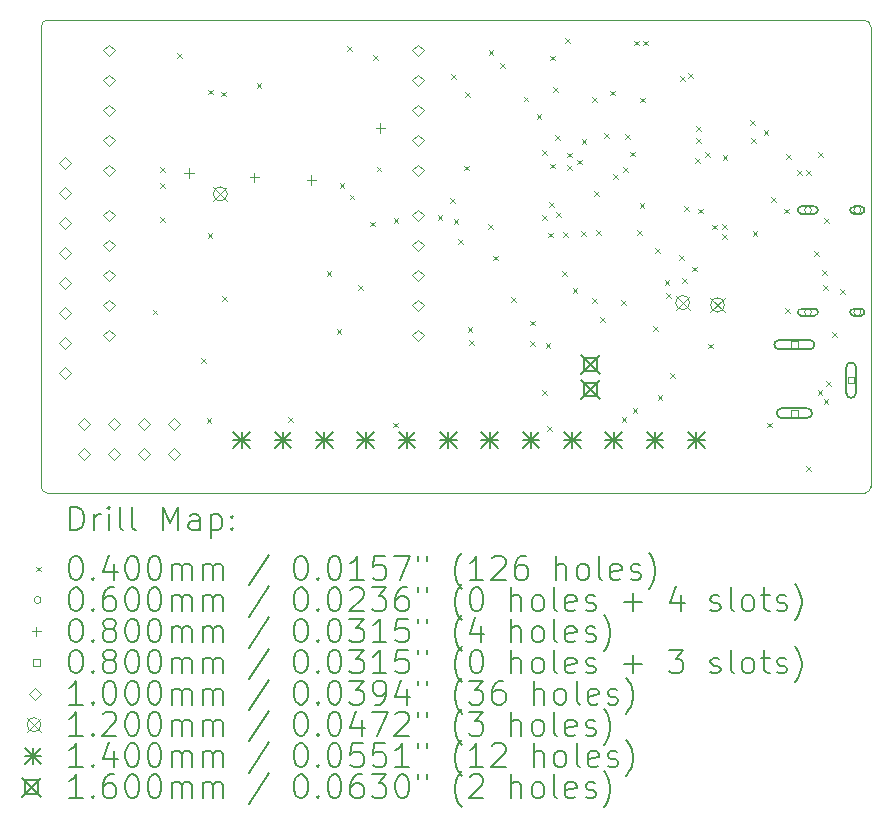
<source format=gbr>
%TF.GenerationSoftware,KiCad,Pcbnew,7.0.2-0*%
%TF.CreationDate,2023-05-07T22:08:23-05:00*%
%TF.ProjectId,spudglo_driver_v4p3,73707564-676c-46f5-9f64-72697665725f,rev?*%
%TF.SameCoordinates,Original*%
%TF.FileFunction,Drillmap*%
%TF.FilePolarity,Positive*%
%FSLAX45Y45*%
G04 Gerber Fmt 4.5, Leading zero omitted, Abs format (unit mm)*
G04 Created by KiCad (PCBNEW 7.0.2-0) date 2023-05-07 22:08:23*
%MOMM*%
%LPD*%
G01*
G04 APERTURE LIST*
%ADD10C,0.050000*%
%ADD11C,0.200000*%
%ADD12C,0.040000*%
%ADD13C,0.060000*%
%ADD14C,0.080000*%
%ADD15C,0.100000*%
%ADD16C,0.120000*%
%ADD17C,0.140000*%
%ADD18C,0.160000*%
G04 APERTURE END LIST*
D10*
X26488000Y-8750000D02*
X19568517Y-8751013D01*
X19567638Y-4748072D02*
X26487557Y-4748182D01*
X26540555Y-4802982D02*
G75*
G03*
X26487557Y-4748182I-55335J-488D01*
G01*
X19567638Y-4748072D02*
G75*
G03*
X19517638Y-4798872I2J-50008D01*
G01*
X19517638Y-4798872D02*
X19517717Y-8702013D01*
X26540557Y-4802982D02*
X26541000Y-8697000D01*
X26488000Y-8750000D02*
G75*
G03*
X26541000Y-8697000I-2350J55350D01*
G01*
X19517722Y-8702012D02*
G75*
G03*
X19568517Y-8751012I50008J1012D01*
G01*
D11*
D12*
X20459000Y-7198000D02*
X20499000Y-7238000D01*
X20499000Y-7198000D02*
X20459000Y-7238000D01*
X20521000Y-6130000D02*
X20561000Y-6170000D01*
X20561000Y-6130000D02*
X20521000Y-6170000D01*
X20524000Y-5994000D02*
X20564000Y-6034000D01*
X20564000Y-5994000D02*
X20524000Y-6034000D01*
X20526000Y-6415000D02*
X20566000Y-6455000D01*
X20566000Y-6415000D02*
X20526000Y-6455000D01*
X20669750Y-5025750D02*
X20709750Y-5065750D01*
X20709750Y-5025750D02*
X20669750Y-5065750D01*
X20869000Y-7609000D02*
X20909000Y-7649000D01*
X20909000Y-7609000D02*
X20869000Y-7649000D01*
X20916000Y-8115000D02*
X20956000Y-8155000D01*
X20956000Y-8115000D02*
X20916000Y-8155000D01*
X20926000Y-6549000D02*
X20966000Y-6589000D01*
X20966000Y-6549000D02*
X20926000Y-6589000D01*
X20932000Y-5336792D02*
X20972000Y-5376792D01*
X20972000Y-5336792D02*
X20932000Y-5376792D01*
X21037000Y-5352000D02*
X21077000Y-5392000D01*
X21077000Y-5352000D02*
X21037000Y-5392000D01*
X21050000Y-7086000D02*
X21090000Y-7126000D01*
X21090000Y-7086000D02*
X21050000Y-7126000D01*
X21340000Y-5278000D02*
X21380000Y-5318000D01*
X21380000Y-5278000D02*
X21340000Y-5318000D01*
X21605000Y-8110000D02*
X21645000Y-8150000D01*
X21645000Y-8110000D02*
X21605000Y-8150000D01*
X21933000Y-6874000D02*
X21973000Y-6914000D01*
X21973000Y-6874000D02*
X21933000Y-6914000D01*
X22018000Y-7361000D02*
X22058000Y-7401000D01*
X22058000Y-7361000D02*
X22018000Y-7401000D01*
X22042000Y-6128450D02*
X22082000Y-6168450D01*
X22082000Y-6128450D02*
X22042000Y-6168450D01*
X22105538Y-4964462D02*
X22145538Y-5004462D01*
X22145538Y-4964462D02*
X22105538Y-5004462D01*
X22127000Y-6225000D02*
X22167000Y-6265000D01*
X22167000Y-6225000D02*
X22127000Y-6265000D01*
X22202000Y-6989000D02*
X22242000Y-7029000D01*
X22242000Y-6989000D02*
X22202000Y-7029000D01*
X22303000Y-6454000D02*
X22343000Y-6494000D01*
X22343000Y-6454000D02*
X22303000Y-6494000D01*
X22328000Y-5041000D02*
X22368000Y-5081000D01*
X22368000Y-5041000D02*
X22328000Y-5081000D01*
X22356000Y-5988000D02*
X22396000Y-6028000D01*
X22396000Y-5988000D02*
X22356000Y-6028000D01*
X22496813Y-8156203D02*
X22536813Y-8196203D01*
X22536813Y-8156203D02*
X22496813Y-8196203D01*
X22500583Y-6420633D02*
X22540583Y-6460633D01*
X22540583Y-6420633D02*
X22500583Y-6460633D01*
X22873000Y-6400000D02*
X22913000Y-6440000D01*
X22913000Y-6400000D02*
X22873000Y-6440000D01*
X22981000Y-6253000D02*
X23021000Y-6293000D01*
X23021000Y-6253000D02*
X22981000Y-6293000D01*
X22986000Y-5205000D02*
X23026000Y-5245000D01*
X23026000Y-5205000D02*
X22986000Y-5245000D01*
X23008000Y-6431000D02*
X23048000Y-6471000D01*
X23048000Y-6431000D02*
X23008000Y-6471000D01*
X23049000Y-6602000D02*
X23089000Y-6642000D01*
X23089000Y-6602000D02*
X23049000Y-6642000D01*
X23094000Y-5979000D02*
X23134000Y-6019000D01*
X23134000Y-5979000D02*
X23094000Y-6019000D01*
X23104000Y-5358000D02*
X23144000Y-5398000D01*
X23144000Y-5358000D02*
X23104000Y-5398000D01*
X23127000Y-7349000D02*
X23167000Y-7389000D01*
X23167000Y-7349000D02*
X23127000Y-7389000D01*
X23140000Y-7457000D02*
X23180000Y-7497000D01*
X23180000Y-7457000D02*
X23140000Y-7497000D01*
X23302500Y-6475500D02*
X23342500Y-6515500D01*
X23342500Y-6475500D02*
X23302500Y-6515500D01*
X23305303Y-5001707D02*
X23345303Y-5041707D01*
X23345303Y-5001707D02*
X23305303Y-5041707D01*
X23340000Y-6741000D02*
X23380000Y-6781000D01*
X23380000Y-6741000D02*
X23340000Y-6781000D01*
X23402000Y-5110000D02*
X23442000Y-5150000D01*
X23442000Y-5110000D02*
X23402000Y-5150000D01*
X23496966Y-7094597D02*
X23536966Y-7134597D01*
X23536966Y-7094597D02*
X23496966Y-7134597D01*
X23599597Y-5394550D02*
X23639597Y-5434550D01*
X23639597Y-5394550D02*
X23599597Y-5434550D01*
X23654000Y-7292000D02*
X23694000Y-7332000D01*
X23694000Y-7292000D02*
X23654000Y-7332000D01*
X23657000Y-7467000D02*
X23697000Y-7507000D01*
X23697000Y-7467000D02*
X23657000Y-7507000D01*
X23711000Y-5544000D02*
X23751000Y-5584000D01*
X23751000Y-5544000D02*
X23711000Y-5584000D01*
X23757000Y-6398000D02*
X23797000Y-6438000D01*
X23797000Y-6398000D02*
X23757000Y-6438000D01*
X23758000Y-7882000D02*
X23798000Y-7922000D01*
X23798000Y-7882000D02*
X23758000Y-7922000D01*
X23759000Y-5850000D02*
X23799000Y-5890000D01*
X23799000Y-5850000D02*
X23759000Y-5890000D01*
X23786000Y-7480000D02*
X23826000Y-7520000D01*
X23826000Y-7480000D02*
X23786000Y-7520000D01*
X23800000Y-8185000D02*
X23840000Y-8225000D01*
X23840000Y-8185000D02*
X23800000Y-8225000D01*
X23805000Y-6546000D02*
X23845000Y-6586000D01*
X23845000Y-6546000D02*
X23805000Y-6586000D01*
X23819000Y-6290000D02*
X23859000Y-6330000D01*
X23859000Y-6290000D02*
X23819000Y-6330000D01*
X23824000Y-5963000D02*
X23864000Y-6003000D01*
X23864000Y-5963000D02*
X23824000Y-6003000D01*
X23827000Y-5048050D02*
X23867000Y-5088050D01*
X23867000Y-5048050D02*
X23827000Y-5088050D01*
X23850574Y-5316450D02*
X23890574Y-5356450D01*
X23890574Y-5316450D02*
X23850574Y-5356450D01*
X23867500Y-5723500D02*
X23907500Y-5763500D01*
X23907500Y-5723500D02*
X23867500Y-5763500D01*
X23878000Y-6375000D02*
X23918000Y-6415000D01*
X23918000Y-6375000D02*
X23878000Y-6415000D01*
X23928000Y-6871000D02*
X23968000Y-6911000D01*
X23968000Y-6871000D02*
X23928000Y-6911000D01*
X23933000Y-6541000D02*
X23973000Y-6581000D01*
X23973000Y-6541000D02*
X23933000Y-6581000D01*
X23954326Y-4899674D02*
X23994326Y-4939674D01*
X23994326Y-4899674D02*
X23954326Y-4939674D01*
X23968950Y-5869570D02*
X24008950Y-5909570D01*
X24008950Y-5869570D02*
X23968950Y-5909570D01*
X23968950Y-5975550D02*
X24008950Y-6015550D01*
X24008950Y-5975550D02*
X23968950Y-6015550D01*
X24015000Y-7016000D02*
X24055000Y-7056000D01*
X24055000Y-7016000D02*
X24015000Y-7056000D01*
X24056652Y-5927609D02*
X24096652Y-5967609D01*
X24096652Y-5927609D02*
X24056652Y-5967609D01*
X24087486Y-6531486D02*
X24127486Y-6571486D01*
X24127486Y-6531486D02*
X24087486Y-6571486D01*
X24092500Y-5752500D02*
X24132500Y-5792500D01*
X24132500Y-5752500D02*
X24092500Y-5792500D01*
X24180000Y-5397500D02*
X24220000Y-5437500D01*
X24220000Y-5397500D02*
X24180000Y-5437500D01*
X24181000Y-7100000D02*
X24221000Y-7140000D01*
X24221000Y-7100000D02*
X24181000Y-7140000D01*
X24195000Y-6198000D02*
X24235000Y-6238000D01*
X24235000Y-6198000D02*
X24195000Y-6238000D01*
X24216265Y-6525450D02*
X24256265Y-6565450D01*
X24256265Y-6525450D02*
X24216265Y-6565450D01*
X24248000Y-7262000D02*
X24288000Y-7302000D01*
X24288000Y-7262000D02*
X24248000Y-7302000D01*
X24285000Y-5701000D02*
X24325000Y-5741000D01*
X24325000Y-5701000D02*
X24285000Y-5741000D01*
X24336000Y-5345000D02*
X24376000Y-5385000D01*
X24376000Y-5345000D02*
X24336000Y-5385000D01*
X24361000Y-6054000D02*
X24401000Y-6094000D01*
X24401000Y-6054000D02*
X24361000Y-6094000D01*
X24425500Y-7118500D02*
X24465500Y-7158500D01*
X24465500Y-7118500D02*
X24425500Y-7158500D01*
X24430500Y-8105500D02*
X24470500Y-8145500D01*
X24470500Y-8105500D02*
X24430500Y-8145500D01*
X24442000Y-5990000D02*
X24482000Y-6030000D01*
X24482000Y-5990000D02*
X24442000Y-6030000D01*
X24461301Y-5713739D02*
X24501301Y-5753739D01*
X24501301Y-5713739D02*
X24461301Y-5753739D01*
X24499279Y-5860279D02*
X24539279Y-5900279D01*
X24539279Y-5860279D02*
X24499279Y-5900279D01*
X24524000Y-8033000D02*
X24564000Y-8073000D01*
X24564000Y-8033000D02*
X24524000Y-8073000D01*
X24537465Y-4920050D02*
X24577465Y-4960050D01*
X24577465Y-4920050D02*
X24537465Y-4960050D01*
X24559164Y-6525450D02*
X24599164Y-6565450D01*
X24599164Y-6525450D02*
X24559164Y-6565450D01*
X24582500Y-6295000D02*
X24622500Y-6335000D01*
X24622500Y-6295000D02*
X24582500Y-6335000D01*
X24584500Y-5403500D02*
X24624500Y-5443500D01*
X24624500Y-5403500D02*
X24584500Y-5443500D01*
X24614000Y-4920050D02*
X24654000Y-4960050D01*
X24654000Y-4920050D02*
X24614000Y-4960050D01*
X24694000Y-7340000D02*
X24734000Y-7380000D01*
X24734000Y-7340000D02*
X24694000Y-7380000D01*
X24716150Y-6679750D02*
X24756150Y-6719750D01*
X24756150Y-6679750D02*
X24716150Y-6719750D01*
X24736000Y-7922000D02*
X24776000Y-7962000D01*
X24776000Y-7922000D02*
X24736000Y-7962000D01*
X24794564Y-6950973D02*
X24834564Y-6990973D01*
X24834564Y-6950973D02*
X24794564Y-6990973D01*
X24810000Y-7056000D02*
X24850000Y-7096000D01*
X24850000Y-7056000D02*
X24810000Y-7096000D01*
X24843000Y-7733000D02*
X24883000Y-7773000D01*
X24883000Y-7733000D02*
X24843000Y-7773000D01*
X24919000Y-6739000D02*
X24959000Y-6779000D01*
X24959000Y-6739000D02*
X24919000Y-6779000D01*
X24928000Y-5223000D02*
X24968000Y-5263000D01*
X24968000Y-5223000D02*
X24928000Y-5263000D01*
X24942637Y-6928878D02*
X24982637Y-6968878D01*
X24982637Y-6928878D02*
X24942637Y-6968878D01*
X24957000Y-6323000D02*
X24997000Y-6363000D01*
X24997000Y-6323000D02*
X24957000Y-6363000D01*
X24993696Y-5192950D02*
X25033696Y-5232950D01*
X25033696Y-5192950D02*
X24993696Y-5232950D01*
X25027603Y-6835388D02*
X25067603Y-6875388D01*
X25067603Y-6835388D02*
X25027603Y-6875388D01*
X25052577Y-5917858D02*
X25092577Y-5957858D01*
X25092577Y-5917858D02*
X25052577Y-5957858D01*
X25064000Y-5644000D02*
X25104000Y-5684000D01*
X25104000Y-5644000D02*
X25064000Y-5684000D01*
X25064050Y-5746410D02*
X25104050Y-5786410D01*
X25104050Y-5746410D02*
X25064050Y-5786410D01*
X25077000Y-6343000D02*
X25117000Y-6383000D01*
X25117000Y-6343000D02*
X25077000Y-6383000D01*
X25137150Y-5864591D02*
X25177150Y-5904591D01*
X25177150Y-5864591D02*
X25137150Y-5904591D01*
X25163000Y-7486050D02*
X25203000Y-7526050D01*
X25203000Y-7486050D02*
X25163000Y-7526050D01*
X25197000Y-6478000D02*
X25237000Y-6518000D01*
X25237000Y-6478000D02*
X25197000Y-6518000D01*
X25280000Y-6557000D02*
X25320000Y-6597000D01*
X25320000Y-6557000D02*
X25280000Y-6597000D01*
X25282000Y-6475000D02*
X25322000Y-6515000D01*
X25322000Y-6475000D02*
X25282000Y-6515000D01*
X25286000Y-5891000D02*
X25326000Y-5931000D01*
X25326000Y-5891000D02*
X25286000Y-5931000D01*
X25517500Y-5595000D02*
X25557500Y-5635000D01*
X25557500Y-5595000D02*
X25517500Y-5635000D01*
X25527000Y-5748000D02*
X25567000Y-5788000D01*
X25567000Y-5748000D02*
X25527000Y-5788000D01*
X25539000Y-6536000D02*
X25579000Y-6576000D01*
X25579000Y-6536000D02*
X25539000Y-6576000D01*
X25632500Y-5680000D02*
X25672500Y-5720000D01*
X25672500Y-5680000D02*
X25632500Y-5720000D01*
X25664000Y-8155000D02*
X25704000Y-8195000D01*
X25704000Y-8155000D02*
X25664000Y-8195000D01*
X25697000Y-6245000D02*
X25737000Y-6285000D01*
X25737000Y-6245000D02*
X25697000Y-6285000D01*
X25809000Y-6344000D02*
X25849000Y-6384000D01*
X25849000Y-6344000D02*
X25809000Y-6384000D01*
X25813000Y-7186000D02*
X25853000Y-7226000D01*
X25853000Y-7186000D02*
X25813000Y-7226000D01*
X25821500Y-5878750D02*
X25861500Y-5918750D01*
X25861500Y-5878750D02*
X25821500Y-5918750D01*
X25913750Y-6019500D02*
X25953750Y-6059500D01*
X25953750Y-6019500D02*
X25913750Y-6059500D01*
X25994000Y-8521000D02*
X26034000Y-8561000D01*
X26034000Y-8521000D02*
X25994000Y-8561000D01*
X25994750Y-6019500D02*
X26034750Y-6059500D01*
X26034750Y-6019500D02*
X25994750Y-6059500D01*
X26057500Y-6705000D02*
X26097500Y-6745000D01*
X26097500Y-6705000D02*
X26057500Y-6745000D01*
X26089000Y-7877000D02*
X26129000Y-7917000D01*
X26129000Y-7877000D02*
X26089000Y-7917000D01*
X26095000Y-5866000D02*
X26135000Y-5906000D01*
X26135000Y-5866000D02*
X26095000Y-5906000D01*
X26127500Y-6865000D02*
X26167500Y-6905000D01*
X26167500Y-6865000D02*
X26127500Y-6905000D01*
X26138050Y-6990000D02*
X26178050Y-7030000D01*
X26178050Y-6990000D02*
X26138050Y-7030000D01*
X26140500Y-7955500D02*
X26180500Y-7995500D01*
X26180500Y-7955500D02*
X26140500Y-7995500D01*
X26147000Y-6421000D02*
X26187000Y-6461000D01*
X26187000Y-6421000D02*
X26147000Y-6461000D01*
X26164500Y-7801500D02*
X26204500Y-7841500D01*
X26204500Y-7801500D02*
X26164500Y-7841500D01*
X26210500Y-7387500D02*
X26250500Y-7427500D01*
X26250500Y-7387500D02*
X26210500Y-7427500D01*
X26283000Y-7026000D02*
X26323000Y-7066000D01*
X26323000Y-7026000D02*
X26283000Y-7066000D01*
D13*
X26038000Y-6355000D02*
G75*
G03*
X26038000Y-6355000I-30000J0D01*
G01*
D11*
X25953000Y-6385000D02*
X26063000Y-6385000D01*
X26063000Y-6385000D02*
G75*
G03*
X26063000Y-6325000I0J30000D01*
G01*
X26063000Y-6325000D02*
X25953000Y-6325000D01*
X25953000Y-6325000D02*
G75*
G03*
X25953000Y-6385000I0J-30000D01*
G01*
D13*
X26038000Y-7219000D02*
G75*
G03*
X26038000Y-7219000I-30000J0D01*
G01*
D11*
X25953000Y-7249000D02*
X26063000Y-7249000D01*
X26063000Y-7249000D02*
G75*
G03*
X26063000Y-7189000I0J30000D01*
G01*
X26063000Y-7189000D02*
X25953000Y-7189000D01*
X25953000Y-7189000D02*
G75*
G03*
X25953000Y-7249000I0J-30000D01*
G01*
D13*
X26456000Y-6355000D02*
G75*
G03*
X26456000Y-6355000I-30000J0D01*
G01*
D11*
X26396000Y-6385000D02*
X26456000Y-6385000D01*
X26456000Y-6385000D02*
G75*
G03*
X26456000Y-6325000I0J30000D01*
G01*
X26456000Y-6325000D02*
X26396000Y-6325000D01*
X26396000Y-6325000D02*
G75*
G03*
X26396000Y-6385000I0J-30000D01*
G01*
D13*
X26456000Y-7219000D02*
G75*
G03*
X26456000Y-7219000I-30000J0D01*
G01*
D11*
X26396000Y-7249000D02*
X26456000Y-7249000D01*
X26456000Y-7249000D02*
G75*
G03*
X26456000Y-7189000I0J30000D01*
G01*
X26456000Y-7189000D02*
X26396000Y-7189000D01*
X26396000Y-7189000D02*
G75*
G03*
X26396000Y-7249000I0J-30000D01*
G01*
D14*
X20768000Y-6001000D02*
X20768000Y-6081000D01*
X20728000Y-6041000D02*
X20808000Y-6041000D01*
X21320000Y-6039000D02*
X21320000Y-6119000D01*
X21280000Y-6079000D02*
X21360000Y-6079000D01*
X21804500Y-6060500D02*
X21804500Y-6140500D01*
X21764500Y-6100500D02*
X21844500Y-6100500D01*
X22388000Y-5620000D02*
X22388000Y-5700000D01*
X22348000Y-5660000D02*
X22428000Y-5660000D01*
X25921284Y-7523284D02*
X25921284Y-7466715D01*
X25864715Y-7466715D01*
X25864715Y-7523284D01*
X25921284Y-7523284D01*
D11*
X25763000Y-7535000D02*
X26023000Y-7535000D01*
X26023000Y-7535000D02*
G75*
G03*
X26023000Y-7455000I0J40000D01*
G01*
X26023000Y-7455000D02*
X25763000Y-7455000D01*
X25763000Y-7455000D02*
G75*
G03*
X25763000Y-7535000I0J-40000D01*
G01*
D14*
X25921284Y-8103284D02*
X25921284Y-8046715D01*
X25864715Y-8046715D01*
X25864715Y-8103284D01*
X25921284Y-8103284D01*
D11*
X25783000Y-8115000D02*
X26003000Y-8115000D01*
X26003000Y-8115000D02*
G75*
G03*
X26003000Y-8035000I0J40000D01*
G01*
X26003000Y-8035000D02*
X25783000Y-8035000D01*
X25783000Y-8035000D02*
G75*
G03*
X25783000Y-8115000I0J-40000D01*
G01*
D14*
X26401284Y-7823284D02*
X26401284Y-7766715D01*
X26344715Y-7766715D01*
X26344715Y-7823284D01*
X26401284Y-7823284D01*
D11*
X26413000Y-7905000D02*
X26413000Y-7685000D01*
X26413000Y-7685000D02*
G75*
G03*
X26333000Y-7685000I-40000J0D01*
G01*
X26333000Y-7685000D02*
X26333000Y-7905000D01*
X26333000Y-7905000D02*
G75*
G03*
X26413000Y-7905000I40000J0D01*
G01*
D15*
X19716000Y-6009500D02*
X19766000Y-5959500D01*
X19716000Y-5909500D01*
X19666000Y-5959500D01*
X19716000Y-6009500D01*
X19716000Y-6263500D02*
X19766000Y-6213500D01*
X19716000Y-6163500D01*
X19666000Y-6213500D01*
X19716000Y-6263500D01*
X19716000Y-6517500D02*
X19766000Y-6467500D01*
X19716000Y-6417500D01*
X19666000Y-6467500D01*
X19716000Y-6517500D01*
X19716000Y-6771500D02*
X19766000Y-6721500D01*
X19716000Y-6671500D01*
X19666000Y-6721500D01*
X19716000Y-6771500D01*
X19716000Y-7025500D02*
X19766000Y-6975500D01*
X19716000Y-6925500D01*
X19666000Y-6975500D01*
X19716000Y-7025500D01*
X19716000Y-7279500D02*
X19766000Y-7229500D01*
X19716000Y-7179500D01*
X19666000Y-7229500D01*
X19716000Y-7279500D01*
X19716000Y-7533500D02*
X19766000Y-7483500D01*
X19716000Y-7433500D01*
X19666000Y-7483500D01*
X19716000Y-7533500D01*
X19716000Y-7787500D02*
X19766000Y-7737500D01*
X19716000Y-7687500D01*
X19666000Y-7737500D01*
X19716000Y-7787500D01*
X19875500Y-8215000D02*
X19925500Y-8165000D01*
X19875500Y-8115000D01*
X19825500Y-8165000D01*
X19875500Y-8215000D01*
X19875500Y-8469000D02*
X19925500Y-8419000D01*
X19875500Y-8369000D01*
X19825500Y-8419000D01*
X19875500Y-8469000D01*
X20091400Y-5053800D02*
X20141400Y-5003800D01*
X20091400Y-4953800D01*
X20041400Y-5003800D01*
X20091400Y-5053800D01*
X20091400Y-5307800D02*
X20141400Y-5257800D01*
X20091400Y-5207800D01*
X20041400Y-5257800D01*
X20091400Y-5307800D01*
X20091400Y-5561800D02*
X20141400Y-5511800D01*
X20091400Y-5461800D01*
X20041400Y-5511800D01*
X20091400Y-5561800D01*
X20091400Y-5815800D02*
X20141400Y-5765800D01*
X20091400Y-5715800D01*
X20041400Y-5765800D01*
X20091400Y-5815800D01*
X20091400Y-6069800D02*
X20141400Y-6019800D01*
X20091400Y-5969800D01*
X20041400Y-6019800D01*
X20091400Y-6069800D01*
X20091400Y-6450800D02*
X20141400Y-6400800D01*
X20091400Y-6350800D01*
X20041400Y-6400800D01*
X20091400Y-6450800D01*
X20091400Y-6704800D02*
X20141400Y-6654800D01*
X20091400Y-6604800D01*
X20041400Y-6654800D01*
X20091400Y-6704800D01*
X20091400Y-6958800D02*
X20141400Y-6908800D01*
X20091400Y-6858800D01*
X20041400Y-6908800D01*
X20091400Y-6958800D01*
X20091400Y-7212800D02*
X20141400Y-7162800D01*
X20091400Y-7112800D01*
X20041400Y-7162800D01*
X20091400Y-7212800D01*
X20091400Y-7466800D02*
X20141400Y-7416800D01*
X20091400Y-7366800D01*
X20041400Y-7416800D01*
X20091400Y-7466800D01*
X20129500Y-8215000D02*
X20179500Y-8165000D01*
X20129500Y-8115000D01*
X20079500Y-8165000D01*
X20129500Y-8215000D01*
X20129500Y-8469000D02*
X20179500Y-8419000D01*
X20129500Y-8369000D01*
X20079500Y-8419000D01*
X20129500Y-8469000D01*
X20383500Y-8215000D02*
X20433500Y-8165000D01*
X20383500Y-8115000D01*
X20333500Y-8165000D01*
X20383500Y-8215000D01*
X20383500Y-8469000D02*
X20433500Y-8419000D01*
X20383500Y-8369000D01*
X20333500Y-8419000D01*
X20383500Y-8469000D01*
X20637500Y-8215000D02*
X20687500Y-8165000D01*
X20637500Y-8115000D01*
X20587500Y-8165000D01*
X20637500Y-8215000D01*
X20637500Y-8469000D02*
X20687500Y-8419000D01*
X20637500Y-8369000D01*
X20587500Y-8419000D01*
X20637500Y-8469000D01*
X22707600Y-5053800D02*
X22757600Y-5003800D01*
X22707600Y-4953800D01*
X22657600Y-5003800D01*
X22707600Y-5053800D01*
X22707600Y-5307800D02*
X22757600Y-5257800D01*
X22707600Y-5207800D01*
X22657600Y-5257800D01*
X22707600Y-5307800D01*
X22707600Y-5561800D02*
X22757600Y-5511800D01*
X22707600Y-5461800D01*
X22657600Y-5511800D01*
X22707600Y-5561800D01*
X22707600Y-5815800D02*
X22757600Y-5765800D01*
X22707600Y-5715800D01*
X22657600Y-5765800D01*
X22707600Y-5815800D01*
X22707600Y-6069800D02*
X22757600Y-6019800D01*
X22707600Y-5969800D01*
X22657600Y-6019800D01*
X22707600Y-6069800D01*
X22707600Y-6450800D02*
X22757600Y-6400800D01*
X22707600Y-6350800D01*
X22657600Y-6400800D01*
X22707600Y-6450800D01*
X22707600Y-6704800D02*
X22757600Y-6654800D01*
X22707600Y-6604800D01*
X22657600Y-6654800D01*
X22707600Y-6704800D01*
X22707600Y-6958800D02*
X22757600Y-6908800D01*
X22707600Y-6858800D01*
X22657600Y-6908800D01*
X22707600Y-6958800D01*
X22707600Y-7212800D02*
X22757600Y-7162800D01*
X22707600Y-7112800D01*
X22657600Y-7162800D01*
X22707600Y-7212800D01*
X22707600Y-7466800D02*
X22757600Y-7416800D01*
X22707600Y-7366800D01*
X22657600Y-7416800D01*
X22707600Y-7466800D01*
D16*
X20972000Y-6159000D02*
X21092000Y-6279000D01*
X21092000Y-6159000D02*
X20972000Y-6279000D01*
X21092000Y-6219000D02*
G75*
G03*
X21092000Y-6219000I-60000J0D01*
G01*
X24887000Y-7079000D02*
X25007000Y-7199000D01*
X25007000Y-7079000D02*
X24887000Y-7199000D01*
X25007000Y-7139000D02*
G75*
G03*
X25007000Y-7139000I-60000J0D01*
G01*
X25182000Y-7099000D02*
X25302000Y-7219000D01*
X25302000Y-7099000D02*
X25182000Y-7219000D01*
X25302000Y-7159000D02*
G75*
G03*
X25302000Y-7159000I-60000J0D01*
G01*
D17*
X21143000Y-8234000D02*
X21283000Y-8374000D01*
X21283000Y-8234000D02*
X21143000Y-8374000D01*
X21213000Y-8234000D02*
X21213000Y-8374000D01*
X21143000Y-8304000D02*
X21283000Y-8304000D01*
X21493000Y-8234000D02*
X21633000Y-8374000D01*
X21633000Y-8234000D02*
X21493000Y-8374000D01*
X21563000Y-8234000D02*
X21563000Y-8374000D01*
X21493000Y-8304000D02*
X21633000Y-8304000D01*
X21843000Y-8234000D02*
X21983000Y-8374000D01*
X21983000Y-8234000D02*
X21843000Y-8374000D01*
X21913000Y-8234000D02*
X21913000Y-8374000D01*
X21843000Y-8304000D02*
X21983000Y-8304000D01*
X22193000Y-8234000D02*
X22333000Y-8374000D01*
X22333000Y-8234000D02*
X22193000Y-8374000D01*
X22263000Y-8234000D02*
X22263000Y-8374000D01*
X22193000Y-8304000D02*
X22333000Y-8304000D01*
X22543000Y-8234000D02*
X22683000Y-8374000D01*
X22683000Y-8234000D02*
X22543000Y-8374000D01*
X22613000Y-8234000D02*
X22613000Y-8374000D01*
X22543000Y-8304000D02*
X22683000Y-8304000D01*
X22893000Y-8234000D02*
X23033000Y-8374000D01*
X23033000Y-8234000D02*
X22893000Y-8374000D01*
X22963000Y-8234000D02*
X22963000Y-8374000D01*
X22893000Y-8304000D02*
X23033000Y-8304000D01*
X23243000Y-8234000D02*
X23383000Y-8374000D01*
X23383000Y-8234000D02*
X23243000Y-8374000D01*
X23313000Y-8234000D02*
X23313000Y-8374000D01*
X23243000Y-8304000D02*
X23383000Y-8304000D01*
X23593000Y-8234000D02*
X23733000Y-8374000D01*
X23733000Y-8234000D02*
X23593000Y-8374000D01*
X23663000Y-8234000D02*
X23663000Y-8374000D01*
X23593000Y-8304000D02*
X23733000Y-8304000D01*
X23943000Y-8234000D02*
X24083000Y-8374000D01*
X24083000Y-8234000D02*
X23943000Y-8374000D01*
X24013000Y-8234000D02*
X24013000Y-8374000D01*
X23943000Y-8304000D02*
X24083000Y-8304000D01*
X24293000Y-8234000D02*
X24433000Y-8374000D01*
X24433000Y-8234000D02*
X24293000Y-8374000D01*
X24363000Y-8234000D02*
X24363000Y-8374000D01*
X24293000Y-8304000D02*
X24433000Y-8304000D01*
X24643000Y-8234000D02*
X24783000Y-8374000D01*
X24783000Y-8234000D02*
X24643000Y-8374000D01*
X24713000Y-8234000D02*
X24713000Y-8374000D01*
X24643000Y-8304000D02*
X24783000Y-8304000D01*
X24993000Y-8234000D02*
X25133000Y-8374000D01*
X25133000Y-8234000D02*
X24993000Y-8374000D01*
X25063000Y-8234000D02*
X25063000Y-8374000D01*
X24993000Y-8304000D02*
X25133000Y-8304000D01*
D18*
X24086000Y-7584000D02*
X24246000Y-7744000D01*
X24246000Y-7584000D02*
X24086000Y-7744000D01*
X24222569Y-7720569D02*
X24222569Y-7607431D01*
X24109431Y-7607431D01*
X24109431Y-7720569D01*
X24222569Y-7720569D01*
X24086000Y-7796000D02*
X24246000Y-7956000D01*
X24246000Y-7796000D02*
X24086000Y-7956000D01*
X24222569Y-7932569D02*
X24222569Y-7819431D01*
X24109431Y-7819431D01*
X24109431Y-7932569D01*
X24222569Y-7932569D01*
D11*
X19762751Y-9066043D02*
X19762751Y-8866043D01*
X19762751Y-8866043D02*
X19810370Y-8866043D01*
X19810370Y-8866043D02*
X19838941Y-8875566D01*
X19838941Y-8875566D02*
X19857989Y-8894614D01*
X19857989Y-8894614D02*
X19867513Y-8913662D01*
X19867513Y-8913662D02*
X19877036Y-8951757D01*
X19877036Y-8951757D02*
X19877036Y-8980328D01*
X19877036Y-8980328D02*
X19867513Y-9018423D01*
X19867513Y-9018423D02*
X19857989Y-9037471D01*
X19857989Y-9037471D02*
X19838941Y-9056519D01*
X19838941Y-9056519D02*
X19810370Y-9066043D01*
X19810370Y-9066043D02*
X19762751Y-9066043D01*
X19962751Y-9066043D02*
X19962751Y-8932709D01*
X19962751Y-8970804D02*
X19972275Y-8951757D01*
X19972275Y-8951757D02*
X19981798Y-8942233D01*
X19981798Y-8942233D02*
X20000846Y-8932709D01*
X20000846Y-8932709D02*
X20019894Y-8932709D01*
X20086560Y-9066043D02*
X20086560Y-8932709D01*
X20086560Y-8866043D02*
X20077036Y-8875566D01*
X20077036Y-8875566D02*
X20086560Y-8885090D01*
X20086560Y-8885090D02*
X20096084Y-8875566D01*
X20096084Y-8875566D02*
X20086560Y-8866043D01*
X20086560Y-8866043D02*
X20086560Y-8885090D01*
X20210370Y-9066043D02*
X20191322Y-9056519D01*
X20191322Y-9056519D02*
X20181798Y-9037471D01*
X20181798Y-9037471D02*
X20181798Y-8866043D01*
X20315132Y-9066043D02*
X20296084Y-9056519D01*
X20296084Y-9056519D02*
X20286560Y-9037471D01*
X20286560Y-9037471D02*
X20286560Y-8866043D01*
X20543703Y-9066043D02*
X20543703Y-8866043D01*
X20543703Y-8866043D02*
X20610370Y-9008900D01*
X20610370Y-9008900D02*
X20677036Y-8866043D01*
X20677036Y-8866043D02*
X20677036Y-9066043D01*
X20857989Y-9066043D02*
X20857989Y-8961281D01*
X20857989Y-8961281D02*
X20848465Y-8942233D01*
X20848465Y-8942233D02*
X20829417Y-8932709D01*
X20829417Y-8932709D02*
X20791322Y-8932709D01*
X20791322Y-8932709D02*
X20772275Y-8942233D01*
X20857989Y-9056519D02*
X20838941Y-9066043D01*
X20838941Y-9066043D02*
X20791322Y-9066043D01*
X20791322Y-9066043D02*
X20772275Y-9056519D01*
X20772275Y-9056519D02*
X20762751Y-9037471D01*
X20762751Y-9037471D02*
X20762751Y-9018423D01*
X20762751Y-9018423D02*
X20772275Y-8999376D01*
X20772275Y-8999376D02*
X20791322Y-8989852D01*
X20791322Y-8989852D02*
X20838941Y-8989852D01*
X20838941Y-8989852D02*
X20857989Y-8980328D01*
X20953227Y-8932709D02*
X20953227Y-9132709D01*
X20953227Y-8942233D02*
X20972275Y-8932709D01*
X20972275Y-8932709D02*
X21010370Y-8932709D01*
X21010370Y-8932709D02*
X21029417Y-8942233D01*
X21029417Y-8942233D02*
X21038941Y-8951757D01*
X21038941Y-8951757D02*
X21048465Y-8970804D01*
X21048465Y-8970804D02*
X21048465Y-9027947D01*
X21048465Y-9027947D02*
X21038941Y-9046995D01*
X21038941Y-9046995D02*
X21029417Y-9056519D01*
X21029417Y-9056519D02*
X21010370Y-9066043D01*
X21010370Y-9066043D02*
X20972275Y-9066043D01*
X20972275Y-9066043D02*
X20953227Y-9056519D01*
X21134179Y-9046995D02*
X21143703Y-9056519D01*
X21143703Y-9056519D02*
X21134179Y-9066043D01*
X21134179Y-9066043D02*
X21124656Y-9056519D01*
X21124656Y-9056519D02*
X21134179Y-9046995D01*
X21134179Y-9046995D02*
X21134179Y-9066043D01*
X21134179Y-8942233D02*
X21143703Y-8951757D01*
X21143703Y-8951757D02*
X21134179Y-8961281D01*
X21134179Y-8961281D02*
X21124656Y-8951757D01*
X21124656Y-8951757D02*
X21134179Y-8942233D01*
X21134179Y-8942233D02*
X21134179Y-8961281D01*
D12*
X19475132Y-9373519D02*
X19515132Y-9413519D01*
X19515132Y-9373519D02*
X19475132Y-9413519D01*
D11*
X19800846Y-9286043D02*
X19819894Y-9286043D01*
X19819894Y-9286043D02*
X19838941Y-9295566D01*
X19838941Y-9295566D02*
X19848465Y-9305090D01*
X19848465Y-9305090D02*
X19857989Y-9324138D01*
X19857989Y-9324138D02*
X19867513Y-9362233D01*
X19867513Y-9362233D02*
X19867513Y-9409852D01*
X19867513Y-9409852D02*
X19857989Y-9447947D01*
X19857989Y-9447947D02*
X19848465Y-9466995D01*
X19848465Y-9466995D02*
X19838941Y-9476519D01*
X19838941Y-9476519D02*
X19819894Y-9486043D01*
X19819894Y-9486043D02*
X19800846Y-9486043D01*
X19800846Y-9486043D02*
X19781798Y-9476519D01*
X19781798Y-9476519D02*
X19772275Y-9466995D01*
X19772275Y-9466995D02*
X19762751Y-9447947D01*
X19762751Y-9447947D02*
X19753227Y-9409852D01*
X19753227Y-9409852D02*
X19753227Y-9362233D01*
X19753227Y-9362233D02*
X19762751Y-9324138D01*
X19762751Y-9324138D02*
X19772275Y-9305090D01*
X19772275Y-9305090D02*
X19781798Y-9295566D01*
X19781798Y-9295566D02*
X19800846Y-9286043D01*
X19953227Y-9466995D02*
X19962751Y-9476519D01*
X19962751Y-9476519D02*
X19953227Y-9486043D01*
X19953227Y-9486043D02*
X19943703Y-9476519D01*
X19943703Y-9476519D02*
X19953227Y-9466995D01*
X19953227Y-9466995D02*
X19953227Y-9486043D01*
X20134179Y-9352709D02*
X20134179Y-9486043D01*
X20086560Y-9276519D02*
X20038941Y-9419376D01*
X20038941Y-9419376D02*
X20162751Y-9419376D01*
X20277036Y-9286043D02*
X20296084Y-9286043D01*
X20296084Y-9286043D02*
X20315132Y-9295566D01*
X20315132Y-9295566D02*
X20324656Y-9305090D01*
X20324656Y-9305090D02*
X20334179Y-9324138D01*
X20334179Y-9324138D02*
X20343703Y-9362233D01*
X20343703Y-9362233D02*
X20343703Y-9409852D01*
X20343703Y-9409852D02*
X20334179Y-9447947D01*
X20334179Y-9447947D02*
X20324656Y-9466995D01*
X20324656Y-9466995D02*
X20315132Y-9476519D01*
X20315132Y-9476519D02*
X20296084Y-9486043D01*
X20296084Y-9486043D02*
X20277036Y-9486043D01*
X20277036Y-9486043D02*
X20257989Y-9476519D01*
X20257989Y-9476519D02*
X20248465Y-9466995D01*
X20248465Y-9466995D02*
X20238941Y-9447947D01*
X20238941Y-9447947D02*
X20229417Y-9409852D01*
X20229417Y-9409852D02*
X20229417Y-9362233D01*
X20229417Y-9362233D02*
X20238941Y-9324138D01*
X20238941Y-9324138D02*
X20248465Y-9305090D01*
X20248465Y-9305090D02*
X20257989Y-9295566D01*
X20257989Y-9295566D02*
X20277036Y-9286043D01*
X20467513Y-9286043D02*
X20486560Y-9286043D01*
X20486560Y-9286043D02*
X20505608Y-9295566D01*
X20505608Y-9295566D02*
X20515132Y-9305090D01*
X20515132Y-9305090D02*
X20524656Y-9324138D01*
X20524656Y-9324138D02*
X20534179Y-9362233D01*
X20534179Y-9362233D02*
X20534179Y-9409852D01*
X20534179Y-9409852D02*
X20524656Y-9447947D01*
X20524656Y-9447947D02*
X20515132Y-9466995D01*
X20515132Y-9466995D02*
X20505608Y-9476519D01*
X20505608Y-9476519D02*
X20486560Y-9486043D01*
X20486560Y-9486043D02*
X20467513Y-9486043D01*
X20467513Y-9486043D02*
X20448465Y-9476519D01*
X20448465Y-9476519D02*
X20438941Y-9466995D01*
X20438941Y-9466995D02*
X20429417Y-9447947D01*
X20429417Y-9447947D02*
X20419894Y-9409852D01*
X20419894Y-9409852D02*
X20419894Y-9362233D01*
X20419894Y-9362233D02*
X20429417Y-9324138D01*
X20429417Y-9324138D02*
X20438941Y-9305090D01*
X20438941Y-9305090D02*
X20448465Y-9295566D01*
X20448465Y-9295566D02*
X20467513Y-9286043D01*
X20619894Y-9486043D02*
X20619894Y-9352709D01*
X20619894Y-9371757D02*
X20629417Y-9362233D01*
X20629417Y-9362233D02*
X20648465Y-9352709D01*
X20648465Y-9352709D02*
X20677037Y-9352709D01*
X20677037Y-9352709D02*
X20696084Y-9362233D01*
X20696084Y-9362233D02*
X20705608Y-9381281D01*
X20705608Y-9381281D02*
X20705608Y-9486043D01*
X20705608Y-9381281D02*
X20715132Y-9362233D01*
X20715132Y-9362233D02*
X20734179Y-9352709D01*
X20734179Y-9352709D02*
X20762751Y-9352709D01*
X20762751Y-9352709D02*
X20781798Y-9362233D01*
X20781798Y-9362233D02*
X20791322Y-9381281D01*
X20791322Y-9381281D02*
X20791322Y-9486043D01*
X20886560Y-9486043D02*
X20886560Y-9352709D01*
X20886560Y-9371757D02*
X20896084Y-9362233D01*
X20896084Y-9362233D02*
X20915132Y-9352709D01*
X20915132Y-9352709D02*
X20943703Y-9352709D01*
X20943703Y-9352709D02*
X20962751Y-9362233D01*
X20962751Y-9362233D02*
X20972275Y-9381281D01*
X20972275Y-9381281D02*
X20972275Y-9486043D01*
X20972275Y-9381281D02*
X20981798Y-9362233D01*
X20981798Y-9362233D02*
X21000846Y-9352709D01*
X21000846Y-9352709D02*
X21029417Y-9352709D01*
X21029417Y-9352709D02*
X21048465Y-9362233D01*
X21048465Y-9362233D02*
X21057989Y-9381281D01*
X21057989Y-9381281D02*
X21057989Y-9486043D01*
X21448465Y-9276519D02*
X21277037Y-9533662D01*
X21705608Y-9286043D02*
X21724656Y-9286043D01*
X21724656Y-9286043D02*
X21743703Y-9295566D01*
X21743703Y-9295566D02*
X21753227Y-9305090D01*
X21753227Y-9305090D02*
X21762751Y-9324138D01*
X21762751Y-9324138D02*
X21772275Y-9362233D01*
X21772275Y-9362233D02*
X21772275Y-9409852D01*
X21772275Y-9409852D02*
X21762751Y-9447947D01*
X21762751Y-9447947D02*
X21753227Y-9466995D01*
X21753227Y-9466995D02*
X21743703Y-9476519D01*
X21743703Y-9476519D02*
X21724656Y-9486043D01*
X21724656Y-9486043D02*
X21705608Y-9486043D01*
X21705608Y-9486043D02*
X21686560Y-9476519D01*
X21686560Y-9476519D02*
X21677037Y-9466995D01*
X21677037Y-9466995D02*
X21667513Y-9447947D01*
X21667513Y-9447947D02*
X21657989Y-9409852D01*
X21657989Y-9409852D02*
X21657989Y-9362233D01*
X21657989Y-9362233D02*
X21667513Y-9324138D01*
X21667513Y-9324138D02*
X21677037Y-9305090D01*
X21677037Y-9305090D02*
X21686560Y-9295566D01*
X21686560Y-9295566D02*
X21705608Y-9286043D01*
X21857989Y-9466995D02*
X21867513Y-9476519D01*
X21867513Y-9476519D02*
X21857989Y-9486043D01*
X21857989Y-9486043D02*
X21848465Y-9476519D01*
X21848465Y-9476519D02*
X21857989Y-9466995D01*
X21857989Y-9466995D02*
X21857989Y-9486043D01*
X21991322Y-9286043D02*
X22010370Y-9286043D01*
X22010370Y-9286043D02*
X22029418Y-9295566D01*
X22029418Y-9295566D02*
X22038941Y-9305090D01*
X22038941Y-9305090D02*
X22048465Y-9324138D01*
X22048465Y-9324138D02*
X22057989Y-9362233D01*
X22057989Y-9362233D02*
X22057989Y-9409852D01*
X22057989Y-9409852D02*
X22048465Y-9447947D01*
X22048465Y-9447947D02*
X22038941Y-9466995D01*
X22038941Y-9466995D02*
X22029418Y-9476519D01*
X22029418Y-9476519D02*
X22010370Y-9486043D01*
X22010370Y-9486043D02*
X21991322Y-9486043D01*
X21991322Y-9486043D02*
X21972275Y-9476519D01*
X21972275Y-9476519D02*
X21962751Y-9466995D01*
X21962751Y-9466995D02*
X21953227Y-9447947D01*
X21953227Y-9447947D02*
X21943703Y-9409852D01*
X21943703Y-9409852D02*
X21943703Y-9362233D01*
X21943703Y-9362233D02*
X21953227Y-9324138D01*
X21953227Y-9324138D02*
X21962751Y-9305090D01*
X21962751Y-9305090D02*
X21972275Y-9295566D01*
X21972275Y-9295566D02*
X21991322Y-9286043D01*
X22248465Y-9486043D02*
X22134180Y-9486043D01*
X22191322Y-9486043D02*
X22191322Y-9286043D01*
X22191322Y-9286043D02*
X22172275Y-9314614D01*
X22172275Y-9314614D02*
X22153227Y-9333662D01*
X22153227Y-9333662D02*
X22134180Y-9343185D01*
X22429418Y-9286043D02*
X22334180Y-9286043D01*
X22334180Y-9286043D02*
X22324656Y-9381281D01*
X22324656Y-9381281D02*
X22334180Y-9371757D01*
X22334180Y-9371757D02*
X22353227Y-9362233D01*
X22353227Y-9362233D02*
X22400846Y-9362233D01*
X22400846Y-9362233D02*
X22419894Y-9371757D01*
X22419894Y-9371757D02*
X22429418Y-9381281D01*
X22429418Y-9381281D02*
X22438941Y-9400328D01*
X22438941Y-9400328D02*
X22438941Y-9447947D01*
X22438941Y-9447947D02*
X22429418Y-9466995D01*
X22429418Y-9466995D02*
X22419894Y-9476519D01*
X22419894Y-9476519D02*
X22400846Y-9486043D01*
X22400846Y-9486043D02*
X22353227Y-9486043D01*
X22353227Y-9486043D02*
X22334180Y-9476519D01*
X22334180Y-9476519D02*
X22324656Y-9466995D01*
X22505608Y-9286043D02*
X22638941Y-9286043D01*
X22638941Y-9286043D02*
X22553227Y-9486043D01*
X22705608Y-9286043D02*
X22705608Y-9324138D01*
X22781799Y-9286043D02*
X22781799Y-9324138D01*
X23077037Y-9562233D02*
X23067513Y-9552709D01*
X23067513Y-9552709D02*
X23048465Y-9524138D01*
X23048465Y-9524138D02*
X23038941Y-9505090D01*
X23038941Y-9505090D02*
X23029418Y-9476519D01*
X23029418Y-9476519D02*
X23019894Y-9428900D01*
X23019894Y-9428900D02*
X23019894Y-9390804D01*
X23019894Y-9390804D02*
X23029418Y-9343185D01*
X23029418Y-9343185D02*
X23038941Y-9314614D01*
X23038941Y-9314614D02*
X23048465Y-9295566D01*
X23048465Y-9295566D02*
X23067513Y-9266995D01*
X23067513Y-9266995D02*
X23077037Y-9257471D01*
X23257989Y-9486043D02*
X23143703Y-9486043D01*
X23200846Y-9486043D02*
X23200846Y-9286043D01*
X23200846Y-9286043D02*
X23181799Y-9314614D01*
X23181799Y-9314614D02*
X23162751Y-9333662D01*
X23162751Y-9333662D02*
X23143703Y-9343185D01*
X23334180Y-9305090D02*
X23343703Y-9295566D01*
X23343703Y-9295566D02*
X23362751Y-9286043D01*
X23362751Y-9286043D02*
X23410370Y-9286043D01*
X23410370Y-9286043D02*
X23429418Y-9295566D01*
X23429418Y-9295566D02*
X23438941Y-9305090D01*
X23438941Y-9305090D02*
X23448465Y-9324138D01*
X23448465Y-9324138D02*
X23448465Y-9343185D01*
X23448465Y-9343185D02*
X23438941Y-9371757D01*
X23438941Y-9371757D02*
X23324656Y-9486043D01*
X23324656Y-9486043D02*
X23448465Y-9486043D01*
X23619894Y-9286043D02*
X23581799Y-9286043D01*
X23581799Y-9286043D02*
X23562751Y-9295566D01*
X23562751Y-9295566D02*
X23553227Y-9305090D01*
X23553227Y-9305090D02*
X23534180Y-9333662D01*
X23534180Y-9333662D02*
X23524656Y-9371757D01*
X23524656Y-9371757D02*
X23524656Y-9447947D01*
X23524656Y-9447947D02*
X23534180Y-9466995D01*
X23534180Y-9466995D02*
X23543703Y-9476519D01*
X23543703Y-9476519D02*
X23562751Y-9486043D01*
X23562751Y-9486043D02*
X23600846Y-9486043D01*
X23600846Y-9486043D02*
X23619894Y-9476519D01*
X23619894Y-9476519D02*
X23629418Y-9466995D01*
X23629418Y-9466995D02*
X23638941Y-9447947D01*
X23638941Y-9447947D02*
X23638941Y-9400328D01*
X23638941Y-9400328D02*
X23629418Y-9381281D01*
X23629418Y-9381281D02*
X23619894Y-9371757D01*
X23619894Y-9371757D02*
X23600846Y-9362233D01*
X23600846Y-9362233D02*
X23562751Y-9362233D01*
X23562751Y-9362233D02*
X23543703Y-9371757D01*
X23543703Y-9371757D02*
X23534180Y-9381281D01*
X23534180Y-9381281D02*
X23524656Y-9400328D01*
X23877037Y-9486043D02*
X23877037Y-9286043D01*
X23962751Y-9486043D02*
X23962751Y-9381281D01*
X23962751Y-9381281D02*
X23953227Y-9362233D01*
X23953227Y-9362233D02*
X23934180Y-9352709D01*
X23934180Y-9352709D02*
X23905608Y-9352709D01*
X23905608Y-9352709D02*
X23886561Y-9362233D01*
X23886561Y-9362233D02*
X23877037Y-9371757D01*
X24086561Y-9486043D02*
X24067513Y-9476519D01*
X24067513Y-9476519D02*
X24057989Y-9466995D01*
X24057989Y-9466995D02*
X24048465Y-9447947D01*
X24048465Y-9447947D02*
X24048465Y-9390804D01*
X24048465Y-9390804D02*
X24057989Y-9371757D01*
X24057989Y-9371757D02*
X24067513Y-9362233D01*
X24067513Y-9362233D02*
X24086561Y-9352709D01*
X24086561Y-9352709D02*
X24115132Y-9352709D01*
X24115132Y-9352709D02*
X24134180Y-9362233D01*
X24134180Y-9362233D02*
X24143703Y-9371757D01*
X24143703Y-9371757D02*
X24153227Y-9390804D01*
X24153227Y-9390804D02*
X24153227Y-9447947D01*
X24153227Y-9447947D02*
X24143703Y-9466995D01*
X24143703Y-9466995D02*
X24134180Y-9476519D01*
X24134180Y-9476519D02*
X24115132Y-9486043D01*
X24115132Y-9486043D02*
X24086561Y-9486043D01*
X24267513Y-9486043D02*
X24248465Y-9476519D01*
X24248465Y-9476519D02*
X24238942Y-9457471D01*
X24238942Y-9457471D02*
X24238942Y-9286043D01*
X24419894Y-9476519D02*
X24400846Y-9486043D01*
X24400846Y-9486043D02*
X24362751Y-9486043D01*
X24362751Y-9486043D02*
X24343703Y-9476519D01*
X24343703Y-9476519D02*
X24334180Y-9457471D01*
X24334180Y-9457471D02*
X24334180Y-9381281D01*
X24334180Y-9381281D02*
X24343703Y-9362233D01*
X24343703Y-9362233D02*
X24362751Y-9352709D01*
X24362751Y-9352709D02*
X24400846Y-9352709D01*
X24400846Y-9352709D02*
X24419894Y-9362233D01*
X24419894Y-9362233D02*
X24429418Y-9381281D01*
X24429418Y-9381281D02*
X24429418Y-9400328D01*
X24429418Y-9400328D02*
X24334180Y-9419376D01*
X24505608Y-9476519D02*
X24524656Y-9486043D01*
X24524656Y-9486043D02*
X24562751Y-9486043D01*
X24562751Y-9486043D02*
X24581799Y-9476519D01*
X24581799Y-9476519D02*
X24591323Y-9457471D01*
X24591323Y-9457471D02*
X24591323Y-9447947D01*
X24591323Y-9447947D02*
X24581799Y-9428900D01*
X24581799Y-9428900D02*
X24562751Y-9419376D01*
X24562751Y-9419376D02*
X24534180Y-9419376D01*
X24534180Y-9419376D02*
X24515132Y-9409852D01*
X24515132Y-9409852D02*
X24505608Y-9390804D01*
X24505608Y-9390804D02*
X24505608Y-9381281D01*
X24505608Y-9381281D02*
X24515132Y-9362233D01*
X24515132Y-9362233D02*
X24534180Y-9352709D01*
X24534180Y-9352709D02*
X24562751Y-9352709D01*
X24562751Y-9352709D02*
X24581799Y-9362233D01*
X24657989Y-9562233D02*
X24667513Y-9552709D01*
X24667513Y-9552709D02*
X24686561Y-9524138D01*
X24686561Y-9524138D02*
X24696084Y-9505090D01*
X24696084Y-9505090D02*
X24705608Y-9476519D01*
X24705608Y-9476519D02*
X24715132Y-9428900D01*
X24715132Y-9428900D02*
X24715132Y-9390804D01*
X24715132Y-9390804D02*
X24705608Y-9343185D01*
X24705608Y-9343185D02*
X24696084Y-9314614D01*
X24696084Y-9314614D02*
X24686561Y-9295566D01*
X24686561Y-9295566D02*
X24667513Y-9266995D01*
X24667513Y-9266995D02*
X24657989Y-9257471D01*
D13*
X19515132Y-9657519D02*
G75*
G03*
X19515132Y-9657519I-30000J0D01*
G01*
D11*
X19800846Y-9550043D02*
X19819894Y-9550043D01*
X19819894Y-9550043D02*
X19838941Y-9559566D01*
X19838941Y-9559566D02*
X19848465Y-9569090D01*
X19848465Y-9569090D02*
X19857989Y-9588138D01*
X19857989Y-9588138D02*
X19867513Y-9626233D01*
X19867513Y-9626233D02*
X19867513Y-9673852D01*
X19867513Y-9673852D02*
X19857989Y-9711947D01*
X19857989Y-9711947D02*
X19848465Y-9730995D01*
X19848465Y-9730995D02*
X19838941Y-9740519D01*
X19838941Y-9740519D02*
X19819894Y-9750043D01*
X19819894Y-9750043D02*
X19800846Y-9750043D01*
X19800846Y-9750043D02*
X19781798Y-9740519D01*
X19781798Y-9740519D02*
X19772275Y-9730995D01*
X19772275Y-9730995D02*
X19762751Y-9711947D01*
X19762751Y-9711947D02*
X19753227Y-9673852D01*
X19753227Y-9673852D02*
X19753227Y-9626233D01*
X19753227Y-9626233D02*
X19762751Y-9588138D01*
X19762751Y-9588138D02*
X19772275Y-9569090D01*
X19772275Y-9569090D02*
X19781798Y-9559566D01*
X19781798Y-9559566D02*
X19800846Y-9550043D01*
X19953227Y-9730995D02*
X19962751Y-9740519D01*
X19962751Y-9740519D02*
X19953227Y-9750043D01*
X19953227Y-9750043D02*
X19943703Y-9740519D01*
X19943703Y-9740519D02*
X19953227Y-9730995D01*
X19953227Y-9730995D02*
X19953227Y-9750043D01*
X20134179Y-9550043D02*
X20096084Y-9550043D01*
X20096084Y-9550043D02*
X20077036Y-9559566D01*
X20077036Y-9559566D02*
X20067513Y-9569090D01*
X20067513Y-9569090D02*
X20048465Y-9597662D01*
X20048465Y-9597662D02*
X20038941Y-9635757D01*
X20038941Y-9635757D02*
X20038941Y-9711947D01*
X20038941Y-9711947D02*
X20048465Y-9730995D01*
X20048465Y-9730995D02*
X20057989Y-9740519D01*
X20057989Y-9740519D02*
X20077036Y-9750043D01*
X20077036Y-9750043D02*
X20115132Y-9750043D01*
X20115132Y-9750043D02*
X20134179Y-9740519D01*
X20134179Y-9740519D02*
X20143703Y-9730995D01*
X20143703Y-9730995D02*
X20153227Y-9711947D01*
X20153227Y-9711947D02*
X20153227Y-9664328D01*
X20153227Y-9664328D02*
X20143703Y-9645281D01*
X20143703Y-9645281D02*
X20134179Y-9635757D01*
X20134179Y-9635757D02*
X20115132Y-9626233D01*
X20115132Y-9626233D02*
X20077036Y-9626233D01*
X20077036Y-9626233D02*
X20057989Y-9635757D01*
X20057989Y-9635757D02*
X20048465Y-9645281D01*
X20048465Y-9645281D02*
X20038941Y-9664328D01*
X20277036Y-9550043D02*
X20296084Y-9550043D01*
X20296084Y-9550043D02*
X20315132Y-9559566D01*
X20315132Y-9559566D02*
X20324656Y-9569090D01*
X20324656Y-9569090D02*
X20334179Y-9588138D01*
X20334179Y-9588138D02*
X20343703Y-9626233D01*
X20343703Y-9626233D02*
X20343703Y-9673852D01*
X20343703Y-9673852D02*
X20334179Y-9711947D01*
X20334179Y-9711947D02*
X20324656Y-9730995D01*
X20324656Y-9730995D02*
X20315132Y-9740519D01*
X20315132Y-9740519D02*
X20296084Y-9750043D01*
X20296084Y-9750043D02*
X20277036Y-9750043D01*
X20277036Y-9750043D02*
X20257989Y-9740519D01*
X20257989Y-9740519D02*
X20248465Y-9730995D01*
X20248465Y-9730995D02*
X20238941Y-9711947D01*
X20238941Y-9711947D02*
X20229417Y-9673852D01*
X20229417Y-9673852D02*
X20229417Y-9626233D01*
X20229417Y-9626233D02*
X20238941Y-9588138D01*
X20238941Y-9588138D02*
X20248465Y-9569090D01*
X20248465Y-9569090D02*
X20257989Y-9559566D01*
X20257989Y-9559566D02*
X20277036Y-9550043D01*
X20467513Y-9550043D02*
X20486560Y-9550043D01*
X20486560Y-9550043D02*
X20505608Y-9559566D01*
X20505608Y-9559566D02*
X20515132Y-9569090D01*
X20515132Y-9569090D02*
X20524656Y-9588138D01*
X20524656Y-9588138D02*
X20534179Y-9626233D01*
X20534179Y-9626233D02*
X20534179Y-9673852D01*
X20534179Y-9673852D02*
X20524656Y-9711947D01*
X20524656Y-9711947D02*
X20515132Y-9730995D01*
X20515132Y-9730995D02*
X20505608Y-9740519D01*
X20505608Y-9740519D02*
X20486560Y-9750043D01*
X20486560Y-9750043D02*
X20467513Y-9750043D01*
X20467513Y-9750043D02*
X20448465Y-9740519D01*
X20448465Y-9740519D02*
X20438941Y-9730995D01*
X20438941Y-9730995D02*
X20429417Y-9711947D01*
X20429417Y-9711947D02*
X20419894Y-9673852D01*
X20419894Y-9673852D02*
X20419894Y-9626233D01*
X20419894Y-9626233D02*
X20429417Y-9588138D01*
X20429417Y-9588138D02*
X20438941Y-9569090D01*
X20438941Y-9569090D02*
X20448465Y-9559566D01*
X20448465Y-9559566D02*
X20467513Y-9550043D01*
X20619894Y-9750043D02*
X20619894Y-9616709D01*
X20619894Y-9635757D02*
X20629417Y-9626233D01*
X20629417Y-9626233D02*
X20648465Y-9616709D01*
X20648465Y-9616709D02*
X20677037Y-9616709D01*
X20677037Y-9616709D02*
X20696084Y-9626233D01*
X20696084Y-9626233D02*
X20705608Y-9645281D01*
X20705608Y-9645281D02*
X20705608Y-9750043D01*
X20705608Y-9645281D02*
X20715132Y-9626233D01*
X20715132Y-9626233D02*
X20734179Y-9616709D01*
X20734179Y-9616709D02*
X20762751Y-9616709D01*
X20762751Y-9616709D02*
X20781798Y-9626233D01*
X20781798Y-9626233D02*
X20791322Y-9645281D01*
X20791322Y-9645281D02*
X20791322Y-9750043D01*
X20886560Y-9750043D02*
X20886560Y-9616709D01*
X20886560Y-9635757D02*
X20896084Y-9626233D01*
X20896084Y-9626233D02*
X20915132Y-9616709D01*
X20915132Y-9616709D02*
X20943703Y-9616709D01*
X20943703Y-9616709D02*
X20962751Y-9626233D01*
X20962751Y-9626233D02*
X20972275Y-9645281D01*
X20972275Y-9645281D02*
X20972275Y-9750043D01*
X20972275Y-9645281D02*
X20981798Y-9626233D01*
X20981798Y-9626233D02*
X21000846Y-9616709D01*
X21000846Y-9616709D02*
X21029417Y-9616709D01*
X21029417Y-9616709D02*
X21048465Y-9626233D01*
X21048465Y-9626233D02*
X21057989Y-9645281D01*
X21057989Y-9645281D02*
X21057989Y-9750043D01*
X21448465Y-9540519D02*
X21277037Y-9797662D01*
X21705608Y-9550043D02*
X21724656Y-9550043D01*
X21724656Y-9550043D02*
X21743703Y-9559566D01*
X21743703Y-9559566D02*
X21753227Y-9569090D01*
X21753227Y-9569090D02*
X21762751Y-9588138D01*
X21762751Y-9588138D02*
X21772275Y-9626233D01*
X21772275Y-9626233D02*
X21772275Y-9673852D01*
X21772275Y-9673852D02*
X21762751Y-9711947D01*
X21762751Y-9711947D02*
X21753227Y-9730995D01*
X21753227Y-9730995D02*
X21743703Y-9740519D01*
X21743703Y-9740519D02*
X21724656Y-9750043D01*
X21724656Y-9750043D02*
X21705608Y-9750043D01*
X21705608Y-9750043D02*
X21686560Y-9740519D01*
X21686560Y-9740519D02*
X21677037Y-9730995D01*
X21677037Y-9730995D02*
X21667513Y-9711947D01*
X21667513Y-9711947D02*
X21657989Y-9673852D01*
X21657989Y-9673852D02*
X21657989Y-9626233D01*
X21657989Y-9626233D02*
X21667513Y-9588138D01*
X21667513Y-9588138D02*
X21677037Y-9569090D01*
X21677037Y-9569090D02*
X21686560Y-9559566D01*
X21686560Y-9559566D02*
X21705608Y-9550043D01*
X21857989Y-9730995D02*
X21867513Y-9740519D01*
X21867513Y-9740519D02*
X21857989Y-9750043D01*
X21857989Y-9750043D02*
X21848465Y-9740519D01*
X21848465Y-9740519D02*
X21857989Y-9730995D01*
X21857989Y-9730995D02*
X21857989Y-9750043D01*
X21991322Y-9550043D02*
X22010370Y-9550043D01*
X22010370Y-9550043D02*
X22029418Y-9559566D01*
X22029418Y-9559566D02*
X22038941Y-9569090D01*
X22038941Y-9569090D02*
X22048465Y-9588138D01*
X22048465Y-9588138D02*
X22057989Y-9626233D01*
X22057989Y-9626233D02*
X22057989Y-9673852D01*
X22057989Y-9673852D02*
X22048465Y-9711947D01*
X22048465Y-9711947D02*
X22038941Y-9730995D01*
X22038941Y-9730995D02*
X22029418Y-9740519D01*
X22029418Y-9740519D02*
X22010370Y-9750043D01*
X22010370Y-9750043D02*
X21991322Y-9750043D01*
X21991322Y-9750043D02*
X21972275Y-9740519D01*
X21972275Y-9740519D02*
X21962751Y-9730995D01*
X21962751Y-9730995D02*
X21953227Y-9711947D01*
X21953227Y-9711947D02*
X21943703Y-9673852D01*
X21943703Y-9673852D02*
X21943703Y-9626233D01*
X21943703Y-9626233D02*
X21953227Y-9588138D01*
X21953227Y-9588138D02*
X21962751Y-9569090D01*
X21962751Y-9569090D02*
X21972275Y-9559566D01*
X21972275Y-9559566D02*
X21991322Y-9550043D01*
X22134180Y-9569090D02*
X22143703Y-9559566D01*
X22143703Y-9559566D02*
X22162751Y-9550043D01*
X22162751Y-9550043D02*
X22210370Y-9550043D01*
X22210370Y-9550043D02*
X22229418Y-9559566D01*
X22229418Y-9559566D02*
X22238941Y-9569090D01*
X22238941Y-9569090D02*
X22248465Y-9588138D01*
X22248465Y-9588138D02*
X22248465Y-9607185D01*
X22248465Y-9607185D02*
X22238941Y-9635757D01*
X22238941Y-9635757D02*
X22124656Y-9750043D01*
X22124656Y-9750043D02*
X22248465Y-9750043D01*
X22315132Y-9550043D02*
X22438941Y-9550043D01*
X22438941Y-9550043D02*
X22372275Y-9626233D01*
X22372275Y-9626233D02*
X22400846Y-9626233D01*
X22400846Y-9626233D02*
X22419894Y-9635757D01*
X22419894Y-9635757D02*
X22429418Y-9645281D01*
X22429418Y-9645281D02*
X22438941Y-9664328D01*
X22438941Y-9664328D02*
X22438941Y-9711947D01*
X22438941Y-9711947D02*
X22429418Y-9730995D01*
X22429418Y-9730995D02*
X22419894Y-9740519D01*
X22419894Y-9740519D02*
X22400846Y-9750043D01*
X22400846Y-9750043D02*
X22343703Y-9750043D01*
X22343703Y-9750043D02*
X22324656Y-9740519D01*
X22324656Y-9740519D02*
X22315132Y-9730995D01*
X22610370Y-9550043D02*
X22572275Y-9550043D01*
X22572275Y-9550043D02*
X22553227Y-9559566D01*
X22553227Y-9559566D02*
X22543703Y-9569090D01*
X22543703Y-9569090D02*
X22524656Y-9597662D01*
X22524656Y-9597662D02*
X22515132Y-9635757D01*
X22515132Y-9635757D02*
X22515132Y-9711947D01*
X22515132Y-9711947D02*
X22524656Y-9730995D01*
X22524656Y-9730995D02*
X22534179Y-9740519D01*
X22534179Y-9740519D02*
X22553227Y-9750043D01*
X22553227Y-9750043D02*
X22591322Y-9750043D01*
X22591322Y-9750043D02*
X22610370Y-9740519D01*
X22610370Y-9740519D02*
X22619894Y-9730995D01*
X22619894Y-9730995D02*
X22629418Y-9711947D01*
X22629418Y-9711947D02*
X22629418Y-9664328D01*
X22629418Y-9664328D02*
X22619894Y-9645281D01*
X22619894Y-9645281D02*
X22610370Y-9635757D01*
X22610370Y-9635757D02*
X22591322Y-9626233D01*
X22591322Y-9626233D02*
X22553227Y-9626233D01*
X22553227Y-9626233D02*
X22534179Y-9635757D01*
X22534179Y-9635757D02*
X22524656Y-9645281D01*
X22524656Y-9645281D02*
X22515132Y-9664328D01*
X22705608Y-9550043D02*
X22705608Y-9588138D01*
X22781799Y-9550043D02*
X22781799Y-9588138D01*
X23077037Y-9826233D02*
X23067513Y-9816709D01*
X23067513Y-9816709D02*
X23048465Y-9788138D01*
X23048465Y-9788138D02*
X23038941Y-9769090D01*
X23038941Y-9769090D02*
X23029418Y-9740519D01*
X23029418Y-9740519D02*
X23019894Y-9692900D01*
X23019894Y-9692900D02*
X23019894Y-9654804D01*
X23019894Y-9654804D02*
X23029418Y-9607185D01*
X23029418Y-9607185D02*
X23038941Y-9578614D01*
X23038941Y-9578614D02*
X23048465Y-9559566D01*
X23048465Y-9559566D02*
X23067513Y-9530995D01*
X23067513Y-9530995D02*
X23077037Y-9521471D01*
X23191322Y-9550043D02*
X23210370Y-9550043D01*
X23210370Y-9550043D02*
X23229418Y-9559566D01*
X23229418Y-9559566D02*
X23238941Y-9569090D01*
X23238941Y-9569090D02*
X23248465Y-9588138D01*
X23248465Y-9588138D02*
X23257989Y-9626233D01*
X23257989Y-9626233D02*
X23257989Y-9673852D01*
X23257989Y-9673852D02*
X23248465Y-9711947D01*
X23248465Y-9711947D02*
X23238941Y-9730995D01*
X23238941Y-9730995D02*
X23229418Y-9740519D01*
X23229418Y-9740519D02*
X23210370Y-9750043D01*
X23210370Y-9750043D02*
X23191322Y-9750043D01*
X23191322Y-9750043D02*
X23172275Y-9740519D01*
X23172275Y-9740519D02*
X23162751Y-9730995D01*
X23162751Y-9730995D02*
X23153227Y-9711947D01*
X23153227Y-9711947D02*
X23143703Y-9673852D01*
X23143703Y-9673852D02*
X23143703Y-9626233D01*
X23143703Y-9626233D02*
X23153227Y-9588138D01*
X23153227Y-9588138D02*
X23162751Y-9569090D01*
X23162751Y-9569090D02*
X23172275Y-9559566D01*
X23172275Y-9559566D02*
X23191322Y-9550043D01*
X23496084Y-9750043D02*
X23496084Y-9550043D01*
X23581799Y-9750043D02*
X23581799Y-9645281D01*
X23581799Y-9645281D02*
X23572275Y-9626233D01*
X23572275Y-9626233D02*
X23553227Y-9616709D01*
X23553227Y-9616709D02*
X23524656Y-9616709D01*
X23524656Y-9616709D02*
X23505608Y-9626233D01*
X23505608Y-9626233D02*
X23496084Y-9635757D01*
X23705608Y-9750043D02*
X23686561Y-9740519D01*
X23686561Y-9740519D02*
X23677037Y-9730995D01*
X23677037Y-9730995D02*
X23667513Y-9711947D01*
X23667513Y-9711947D02*
X23667513Y-9654804D01*
X23667513Y-9654804D02*
X23677037Y-9635757D01*
X23677037Y-9635757D02*
X23686561Y-9626233D01*
X23686561Y-9626233D02*
X23705608Y-9616709D01*
X23705608Y-9616709D02*
X23734180Y-9616709D01*
X23734180Y-9616709D02*
X23753227Y-9626233D01*
X23753227Y-9626233D02*
X23762751Y-9635757D01*
X23762751Y-9635757D02*
X23772275Y-9654804D01*
X23772275Y-9654804D02*
X23772275Y-9711947D01*
X23772275Y-9711947D02*
X23762751Y-9730995D01*
X23762751Y-9730995D02*
X23753227Y-9740519D01*
X23753227Y-9740519D02*
X23734180Y-9750043D01*
X23734180Y-9750043D02*
X23705608Y-9750043D01*
X23886561Y-9750043D02*
X23867513Y-9740519D01*
X23867513Y-9740519D02*
X23857989Y-9721471D01*
X23857989Y-9721471D02*
X23857989Y-9550043D01*
X24038942Y-9740519D02*
X24019894Y-9750043D01*
X24019894Y-9750043D02*
X23981799Y-9750043D01*
X23981799Y-9750043D02*
X23962751Y-9740519D01*
X23962751Y-9740519D02*
X23953227Y-9721471D01*
X23953227Y-9721471D02*
X23953227Y-9645281D01*
X23953227Y-9645281D02*
X23962751Y-9626233D01*
X23962751Y-9626233D02*
X23981799Y-9616709D01*
X23981799Y-9616709D02*
X24019894Y-9616709D01*
X24019894Y-9616709D02*
X24038942Y-9626233D01*
X24038942Y-9626233D02*
X24048465Y-9645281D01*
X24048465Y-9645281D02*
X24048465Y-9664328D01*
X24048465Y-9664328D02*
X23953227Y-9683376D01*
X24124656Y-9740519D02*
X24143703Y-9750043D01*
X24143703Y-9750043D02*
X24181799Y-9750043D01*
X24181799Y-9750043D02*
X24200846Y-9740519D01*
X24200846Y-9740519D02*
X24210370Y-9721471D01*
X24210370Y-9721471D02*
X24210370Y-9711947D01*
X24210370Y-9711947D02*
X24200846Y-9692900D01*
X24200846Y-9692900D02*
X24181799Y-9683376D01*
X24181799Y-9683376D02*
X24153227Y-9683376D01*
X24153227Y-9683376D02*
X24134180Y-9673852D01*
X24134180Y-9673852D02*
X24124656Y-9654804D01*
X24124656Y-9654804D02*
X24124656Y-9645281D01*
X24124656Y-9645281D02*
X24134180Y-9626233D01*
X24134180Y-9626233D02*
X24153227Y-9616709D01*
X24153227Y-9616709D02*
X24181799Y-9616709D01*
X24181799Y-9616709D02*
X24200846Y-9626233D01*
X24448465Y-9673852D02*
X24600846Y-9673852D01*
X24524656Y-9750043D02*
X24524656Y-9597662D01*
X24934180Y-9616709D02*
X24934180Y-9750043D01*
X24886561Y-9540519D02*
X24838942Y-9683376D01*
X24838942Y-9683376D02*
X24962751Y-9683376D01*
X25181799Y-9740519D02*
X25200846Y-9750043D01*
X25200846Y-9750043D02*
X25238942Y-9750043D01*
X25238942Y-9750043D02*
X25257989Y-9740519D01*
X25257989Y-9740519D02*
X25267513Y-9721471D01*
X25267513Y-9721471D02*
X25267513Y-9711947D01*
X25267513Y-9711947D02*
X25257989Y-9692900D01*
X25257989Y-9692900D02*
X25238942Y-9683376D01*
X25238942Y-9683376D02*
X25210370Y-9683376D01*
X25210370Y-9683376D02*
X25191323Y-9673852D01*
X25191323Y-9673852D02*
X25181799Y-9654804D01*
X25181799Y-9654804D02*
X25181799Y-9645281D01*
X25181799Y-9645281D02*
X25191323Y-9626233D01*
X25191323Y-9626233D02*
X25210370Y-9616709D01*
X25210370Y-9616709D02*
X25238942Y-9616709D01*
X25238942Y-9616709D02*
X25257989Y-9626233D01*
X25381799Y-9750043D02*
X25362751Y-9740519D01*
X25362751Y-9740519D02*
X25353227Y-9721471D01*
X25353227Y-9721471D02*
X25353227Y-9550043D01*
X25486561Y-9750043D02*
X25467513Y-9740519D01*
X25467513Y-9740519D02*
X25457989Y-9730995D01*
X25457989Y-9730995D02*
X25448466Y-9711947D01*
X25448466Y-9711947D02*
X25448466Y-9654804D01*
X25448466Y-9654804D02*
X25457989Y-9635757D01*
X25457989Y-9635757D02*
X25467513Y-9626233D01*
X25467513Y-9626233D02*
X25486561Y-9616709D01*
X25486561Y-9616709D02*
X25515132Y-9616709D01*
X25515132Y-9616709D02*
X25534180Y-9626233D01*
X25534180Y-9626233D02*
X25543704Y-9635757D01*
X25543704Y-9635757D02*
X25553227Y-9654804D01*
X25553227Y-9654804D02*
X25553227Y-9711947D01*
X25553227Y-9711947D02*
X25543704Y-9730995D01*
X25543704Y-9730995D02*
X25534180Y-9740519D01*
X25534180Y-9740519D02*
X25515132Y-9750043D01*
X25515132Y-9750043D02*
X25486561Y-9750043D01*
X25610370Y-9616709D02*
X25686561Y-9616709D01*
X25638942Y-9550043D02*
X25638942Y-9721471D01*
X25638942Y-9721471D02*
X25648466Y-9740519D01*
X25648466Y-9740519D02*
X25667513Y-9750043D01*
X25667513Y-9750043D02*
X25686561Y-9750043D01*
X25743704Y-9740519D02*
X25762751Y-9750043D01*
X25762751Y-9750043D02*
X25800846Y-9750043D01*
X25800846Y-9750043D02*
X25819894Y-9740519D01*
X25819894Y-9740519D02*
X25829418Y-9721471D01*
X25829418Y-9721471D02*
X25829418Y-9711947D01*
X25829418Y-9711947D02*
X25819894Y-9692900D01*
X25819894Y-9692900D02*
X25800846Y-9683376D01*
X25800846Y-9683376D02*
X25772275Y-9683376D01*
X25772275Y-9683376D02*
X25753227Y-9673852D01*
X25753227Y-9673852D02*
X25743704Y-9654804D01*
X25743704Y-9654804D02*
X25743704Y-9645281D01*
X25743704Y-9645281D02*
X25753227Y-9626233D01*
X25753227Y-9626233D02*
X25772275Y-9616709D01*
X25772275Y-9616709D02*
X25800846Y-9616709D01*
X25800846Y-9616709D02*
X25819894Y-9626233D01*
X25896085Y-9826233D02*
X25905608Y-9816709D01*
X25905608Y-9816709D02*
X25924656Y-9788138D01*
X25924656Y-9788138D02*
X25934180Y-9769090D01*
X25934180Y-9769090D02*
X25943704Y-9740519D01*
X25943704Y-9740519D02*
X25953227Y-9692900D01*
X25953227Y-9692900D02*
X25953227Y-9654804D01*
X25953227Y-9654804D02*
X25943704Y-9607185D01*
X25943704Y-9607185D02*
X25934180Y-9578614D01*
X25934180Y-9578614D02*
X25924656Y-9559566D01*
X25924656Y-9559566D02*
X25905608Y-9530995D01*
X25905608Y-9530995D02*
X25896085Y-9521471D01*
D14*
X19475132Y-9881519D02*
X19475132Y-9961519D01*
X19435132Y-9921519D02*
X19515132Y-9921519D01*
D11*
X19800846Y-9814043D02*
X19819894Y-9814043D01*
X19819894Y-9814043D02*
X19838941Y-9823566D01*
X19838941Y-9823566D02*
X19848465Y-9833090D01*
X19848465Y-9833090D02*
X19857989Y-9852138D01*
X19857989Y-9852138D02*
X19867513Y-9890233D01*
X19867513Y-9890233D02*
X19867513Y-9937852D01*
X19867513Y-9937852D02*
X19857989Y-9975947D01*
X19857989Y-9975947D02*
X19848465Y-9994995D01*
X19848465Y-9994995D02*
X19838941Y-10004519D01*
X19838941Y-10004519D02*
X19819894Y-10014043D01*
X19819894Y-10014043D02*
X19800846Y-10014043D01*
X19800846Y-10014043D02*
X19781798Y-10004519D01*
X19781798Y-10004519D02*
X19772275Y-9994995D01*
X19772275Y-9994995D02*
X19762751Y-9975947D01*
X19762751Y-9975947D02*
X19753227Y-9937852D01*
X19753227Y-9937852D02*
X19753227Y-9890233D01*
X19753227Y-9890233D02*
X19762751Y-9852138D01*
X19762751Y-9852138D02*
X19772275Y-9833090D01*
X19772275Y-9833090D02*
X19781798Y-9823566D01*
X19781798Y-9823566D02*
X19800846Y-9814043D01*
X19953227Y-9994995D02*
X19962751Y-10004519D01*
X19962751Y-10004519D02*
X19953227Y-10014043D01*
X19953227Y-10014043D02*
X19943703Y-10004519D01*
X19943703Y-10004519D02*
X19953227Y-9994995D01*
X19953227Y-9994995D02*
X19953227Y-10014043D01*
X20077036Y-9899757D02*
X20057989Y-9890233D01*
X20057989Y-9890233D02*
X20048465Y-9880709D01*
X20048465Y-9880709D02*
X20038941Y-9861662D01*
X20038941Y-9861662D02*
X20038941Y-9852138D01*
X20038941Y-9852138D02*
X20048465Y-9833090D01*
X20048465Y-9833090D02*
X20057989Y-9823566D01*
X20057989Y-9823566D02*
X20077036Y-9814043D01*
X20077036Y-9814043D02*
X20115132Y-9814043D01*
X20115132Y-9814043D02*
X20134179Y-9823566D01*
X20134179Y-9823566D02*
X20143703Y-9833090D01*
X20143703Y-9833090D02*
X20153227Y-9852138D01*
X20153227Y-9852138D02*
X20153227Y-9861662D01*
X20153227Y-9861662D02*
X20143703Y-9880709D01*
X20143703Y-9880709D02*
X20134179Y-9890233D01*
X20134179Y-9890233D02*
X20115132Y-9899757D01*
X20115132Y-9899757D02*
X20077036Y-9899757D01*
X20077036Y-9899757D02*
X20057989Y-9909281D01*
X20057989Y-9909281D02*
X20048465Y-9918804D01*
X20048465Y-9918804D02*
X20038941Y-9937852D01*
X20038941Y-9937852D02*
X20038941Y-9975947D01*
X20038941Y-9975947D02*
X20048465Y-9994995D01*
X20048465Y-9994995D02*
X20057989Y-10004519D01*
X20057989Y-10004519D02*
X20077036Y-10014043D01*
X20077036Y-10014043D02*
X20115132Y-10014043D01*
X20115132Y-10014043D02*
X20134179Y-10004519D01*
X20134179Y-10004519D02*
X20143703Y-9994995D01*
X20143703Y-9994995D02*
X20153227Y-9975947D01*
X20153227Y-9975947D02*
X20153227Y-9937852D01*
X20153227Y-9937852D02*
X20143703Y-9918804D01*
X20143703Y-9918804D02*
X20134179Y-9909281D01*
X20134179Y-9909281D02*
X20115132Y-9899757D01*
X20277036Y-9814043D02*
X20296084Y-9814043D01*
X20296084Y-9814043D02*
X20315132Y-9823566D01*
X20315132Y-9823566D02*
X20324656Y-9833090D01*
X20324656Y-9833090D02*
X20334179Y-9852138D01*
X20334179Y-9852138D02*
X20343703Y-9890233D01*
X20343703Y-9890233D02*
X20343703Y-9937852D01*
X20343703Y-9937852D02*
X20334179Y-9975947D01*
X20334179Y-9975947D02*
X20324656Y-9994995D01*
X20324656Y-9994995D02*
X20315132Y-10004519D01*
X20315132Y-10004519D02*
X20296084Y-10014043D01*
X20296084Y-10014043D02*
X20277036Y-10014043D01*
X20277036Y-10014043D02*
X20257989Y-10004519D01*
X20257989Y-10004519D02*
X20248465Y-9994995D01*
X20248465Y-9994995D02*
X20238941Y-9975947D01*
X20238941Y-9975947D02*
X20229417Y-9937852D01*
X20229417Y-9937852D02*
X20229417Y-9890233D01*
X20229417Y-9890233D02*
X20238941Y-9852138D01*
X20238941Y-9852138D02*
X20248465Y-9833090D01*
X20248465Y-9833090D02*
X20257989Y-9823566D01*
X20257989Y-9823566D02*
X20277036Y-9814043D01*
X20467513Y-9814043D02*
X20486560Y-9814043D01*
X20486560Y-9814043D02*
X20505608Y-9823566D01*
X20505608Y-9823566D02*
X20515132Y-9833090D01*
X20515132Y-9833090D02*
X20524656Y-9852138D01*
X20524656Y-9852138D02*
X20534179Y-9890233D01*
X20534179Y-9890233D02*
X20534179Y-9937852D01*
X20534179Y-9937852D02*
X20524656Y-9975947D01*
X20524656Y-9975947D02*
X20515132Y-9994995D01*
X20515132Y-9994995D02*
X20505608Y-10004519D01*
X20505608Y-10004519D02*
X20486560Y-10014043D01*
X20486560Y-10014043D02*
X20467513Y-10014043D01*
X20467513Y-10014043D02*
X20448465Y-10004519D01*
X20448465Y-10004519D02*
X20438941Y-9994995D01*
X20438941Y-9994995D02*
X20429417Y-9975947D01*
X20429417Y-9975947D02*
X20419894Y-9937852D01*
X20419894Y-9937852D02*
X20419894Y-9890233D01*
X20419894Y-9890233D02*
X20429417Y-9852138D01*
X20429417Y-9852138D02*
X20438941Y-9833090D01*
X20438941Y-9833090D02*
X20448465Y-9823566D01*
X20448465Y-9823566D02*
X20467513Y-9814043D01*
X20619894Y-10014043D02*
X20619894Y-9880709D01*
X20619894Y-9899757D02*
X20629417Y-9890233D01*
X20629417Y-9890233D02*
X20648465Y-9880709D01*
X20648465Y-9880709D02*
X20677037Y-9880709D01*
X20677037Y-9880709D02*
X20696084Y-9890233D01*
X20696084Y-9890233D02*
X20705608Y-9909281D01*
X20705608Y-9909281D02*
X20705608Y-10014043D01*
X20705608Y-9909281D02*
X20715132Y-9890233D01*
X20715132Y-9890233D02*
X20734179Y-9880709D01*
X20734179Y-9880709D02*
X20762751Y-9880709D01*
X20762751Y-9880709D02*
X20781798Y-9890233D01*
X20781798Y-9890233D02*
X20791322Y-9909281D01*
X20791322Y-9909281D02*
X20791322Y-10014043D01*
X20886560Y-10014043D02*
X20886560Y-9880709D01*
X20886560Y-9899757D02*
X20896084Y-9890233D01*
X20896084Y-9890233D02*
X20915132Y-9880709D01*
X20915132Y-9880709D02*
X20943703Y-9880709D01*
X20943703Y-9880709D02*
X20962751Y-9890233D01*
X20962751Y-9890233D02*
X20972275Y-9909281D01*
X20972275Y-9909281D02*
X20972275Y-10014043D01*
X20972275Y-9909281D02*
X20981798Y-9890233D01*
X20981798Y-9890233D02*
X21000846Y-9880709D01*
X21000846Y-9880709D02*
X21029417Y-9880709D01*
X21029417Y-9880709D02*
X21048465Y-9890233D01*
X21048465Y-9890233D02*
X21057989Y-9909281D01*
X21057989Y-9909281D02*
X21057989Y-10014043D01*
X21448465Y-9804519D02*
X21277037Y-10061662D01*
X21705608Y-9814043D02*
X21724656Y-9814043D01*
X21724656Y-9814043D02*
X21743703Y-9823566D01*
X21743703Y-9823566D02*
X21753227Y-9833090D01*
X21753227Y-9833090D02*
X21762751Y-9852138D01*
X21762751Y-9852138D02*
X21772275Y-9890233D01*
X21772275Y-9890233D02*
X21772275Y-9937852D01*
X21772275Y-9937852D02*
X21762751Y-9975947D01*
X21762751Y-9975947D02*
X21753227Y-9994995D01*
X21753227Y-9994995D02*
X21743703Y-10004519D01*
X21743703Y-10004519D02*
X21724656Y-10014043D01*
X21724656Y-10014043D02*
X21705608Y-10014043D01*
X21705608Y-10014043D02*
X21686560Y-10004519D01*
X21686560Y-10004519D02*
X21677037Y-9994995D01*
X21677037Y-9994995D02*
X21667513Y-9975947D01*
X21667513Y-9975947D02*
X21657989Y-9937852D01*
X21657989Y-9937852D02*
X21657989Y-9890233D01*
X21657989Y-9890233D02*
X21667513Y-9852138D01*
X21667513Y-9852138D02*
X21677037Y-9833090D01*
X21677037Y-9833090D02*
X21686560Y-9823566D01*
X21686560Y-9823566D02*
X21705608Y-9814043D01*
X21857989Y-9994995D02*
X21867513Y-10004519D01*
X21867513Y-10004519D02*
X21857989Y-10014043D01*
X21857989Y-10014043D02*
X21848465Y-10004519D01*
X21848465Y-10004519D02*
X21857989Y-9994995D01*
X21857989Y-9994995D02*
X21857989Y-10014043D01*
X21991322Y-9814043D02*
X22010370Y-9814043D01*
X22010370Y-9814043D02*
X22029418Y-9823566D01*
X22029418Y-9823566D02*
X22038941Y-9833090D01*
X22038941Y-9833090D02*
X22048465Y-9852138D01*
X22048465Y-9852138D02*
X22057989Y-9890233D01*
X22057989Y-9890233D02*
X22057989Y-9937852D01*
X22057989Y-9937852D02*
X22048465Y-9975947D01*
X22048465Y-9975947D02*
X22038941Y-9994995D01*
X22038941Y-9994995D02*
X22029418Y-10004519D01*
X22029418Y-10004519D02*
X22010370Y-10014043D01*
X22010370Y-10014043D02*
X21991322Y-10014043D01*
X21991322Y-10014043D02*
X21972275Y-10004519D01*
X21972275Y-10004519D02*
X21962751Y-9994995D01*
X21962751Y-9994995D02*
X21953227Y-9975947D01*
X21953227Y-9975947D02*
X21943703Y-9937852D01*
X21943703Y-9937852D02*
X21943703Y-9890233D01*
X21943703Y-9890233D02*
X21953227Y-9852138D01*
X21953227Y-9852138D02*
X21962751Y-9833090D01*
X21962751Y-9833090D02*
X21972275Y-9823566D01*
X21972275Y-9823566D02*
X21991322Y-9814043D01*
X22124656Y-9814043D02*
X22248465Y-9814043D01*
X22248465Y-9814043D02*
X22181799Y-9890233D01*
X22181799Y-9890233D02*
X22210370Y-9890233D01*
X22210370Y-9890233D02*
X22229418Y-9899757D01*
X22229418Y-9899757D02*
X22238941Y-9909281D01*
X22238941Y-9909281D02*
X22248465Y-9928328D01*
X22248465Y-9928328D02*
X22248465Y-9975947D01*
X22248465Y-9975947D02*
X22238941Y-9994995D01*
X22238941Y-9994995D02*
X22229418Y-10004519D01*
X22229418Y-10004519D02*
X22210370Y-10014043D01*
X22210370Y-10014043D02*
X22153227Y-10014043D01*
X22153227Y-10014043D02*
X22134180Y-10004519D01*
X22134180Y-10004519D02*
X22124656Y-9994995D01*
X22438941Y-10014043D02*
X22324656Y-10014043D01*
X22381798Y-10014043D02*
X22381798Y-9814043D01*
X22381798Y-9814043D02*
X22362751Y-9842614D01*
X22362751Y-9842614D02*
X22343703Y-9861662D01*
X22343703Y-9861662D02*
X22324656Y-9871185D01*
X22619894Y-9814043D02*
X22524656Y-9814043D01*
X22524656Y-9814043D02*
X22515132Y-9909281D01*
X22515132Y-9909281D02*
X22524656Y-9899757D01*
X22524656Y-9899757D02*
X22543703Y-9890233D01*
X22543703Y-9890233D02*
X22591322Y-9890233D01*
X22591322Y-9890233D02*
X22610370Y-9899757D01*
X22610370Y-9899757D02*
X22619894Y-9909281D01*
X22619894Y-9909281D02*
X22629418Y-9928328D01*
X22629418Y-9928328D02*
X22629418Y-9975947D01*
X22629418Y-9975947D02*
X22619894Y-9994995D01*
X22619894Y-9994995D02*
X22610370Y-10004519D01*
X22610370Y-10004519D02*
X22591322Y-10014043D01*
X22591322Y-10014043D02*
X22543703Y-10014043D01*
X22543703Y-10014043D02*
X22524656Y-10004519D01*
X22524656Y-10004519D02*
X22515132Y-9994995D01*
X22705608Y-9814043D02*
X22705608Y-9852138D01*
X22781799Y-9814043D02*
X22781799Y-9852138D01*
X23077037Y-10090233D02*
X23067513Y-10080709D01*
X23067513Y-10080709D02*
X23048465Y-10052138D01*
X23048465Y-10052138D02*
X23038941Y-10033090D01*
X23038941Y-10033090D02*
X23029418Y-10004519D01*
X23029418Y-10004519D02*
X23019894Y-9956900D01*
X23019894Y-9956900D02*
X23019894Y-9918804D01*
X23019894Y-9918804D02*
X23029418Y-9871185D01*
X23029418Y-9871185D02*
X23038941Y-9842614D01*
X23038941Y-9842614D02*
X23048465Y-9823566D01*
X23048465Y-9823566D02*
X23067513Y-9794995D01*
X23067513Y-9794995D02*
X23077037Y-9785471D01*
X23238941Y-9880709D02*
X23238941Y-10014043D01*
X23191322Y-9804519D02*
X23143703Y-9947376D01*
X23143703Y-9947376D02*
X23267513Y-9947376D01*
X23496084Y-10014043D02*
X23496084Y-9814043D01*
X23581799Y-10014043D02*
X23581799Y-9909281D01*
X23581799Y-9909281D02*
X23572275Y-9890233D01*
X23572275Y-9890233D02*
X23553227Y-9880709D01*
X23553227Y-9880709D02*
X23524656Y-9880709D01*
X23524656Y-9880709D02*
X23505608Y-9890233D01*
X23505608Y-9890233D02*
X23496084Y-9899757D01*
X23705608Y-10014043D02*
X23686561Y-10004519D01*
X23686561Y-10004519D02*
X23677037Y-9994995D01*
X23677037Y-9994995D02*
X23667513Y-9975947D01*
X23667513Y-9975947D02*
X23667513Y-9918804D01*
X23667513Y-9918804D02*
X23677037Y-9899757D01*
X23677037Y-9899757D02*
X23686561Y-9890233D01*
X23686561Y-9890233D02*
X23705608Y-9880709D01*
X23705608Y-9880709D02*
X23734180Y-9880709D01*
X23734180Y-9880709D02*
X23753227Y-9890233D01*
X23753227Y-9890233D02*
X23762751Y-9899757D01*
X23762751Y-9899757D02*
X23772275Y-9918804D01*
X23772275Y-9918804D02*
X23772275Y-9975947D01*
X23772275Y-9975947D02*
X23762751Y-9994995D01*
X23762751Y-9994995D02*
X23753227Y-10004519D01*
X23753227Y-10004519D02*
X23734180Y-10014043D01*
X23734180Y-10014043D02*
X23705608Y-10014043D01*
X23886561Y-10014043D02*
X23867513Y-10004519D01*
X23867513Y-10004519D02*
X23857989Y-9985471D01*
X23857989Y-9985471D02*
X23857989Y-9814043D01*
X24038942Y-10004519D02*
X24019894Y-10014043D01*
X24019894Y-10014043D02*
X23981799Y-10014043D01*
X23981799Y-10014043D02*
X23962751Y-10004519D01*
X23962751Y-10004519D02*
X23953227Y-9985471D01*
X23953227Y-9985471D02*
X23953227Y-9909281D01*
X23953227Y-9909281D02*
X23962751Y-9890233D01*
X23962751Y-9890233D02*
X23981799Y-9880709D01*
X23981799Y-9880709D02*
X24019894Y-9880709D01*
X24019894Y-9880709D02*
X24038942Y-9890233D01*
X24038942Y-9890233D02*
X24048465Y-9909281D01*
X24048465Y-9909281D02*
X24048465Y-9928328D01*
X24048465Y-9928328D02*
X23953227Y-9947376D01*
X24124656Y-10004519D02*
X24143703Y-10014043D01*
X24143703Y-10014043D02*
X24181799Y-10014043D01*
X24181799Y-10014043D02*
X24200846Y-10004519D01*
X24200846Y-10004519D02*
X24210370Y-9985471D01*
X24210370Y-9985471D02*
X24210370Y-9975947D01*
X24210370Y-9975947D02*
X24200846Y-9956900D01*
X24200846Y-9956900D02*
X24181799Y-9947376D01*
X24181799Y-9947376D02*
X24153227Y-9947376D01*
X24153227Y-9947376D02*
X24134180Y-9937852D01*
X24134180Y-9937852D02*
X24124656Y-9918804D01*
X24124656Y-9918804D02*
X24124656Y-9909281D01*
X24124656Y-9909281D02*
X24134180Y-9890233D01*
X24134180Y-9890233D02*
X24153227Y-9880709D01*
X24153227Y-9880709D02*
X24181799Y-9880709D01*
X24181799Y-9880709D02*
X24200846Y-9890233D01*
X24277037Y-10090233D02*
X24286561Y-10080709D01*
X24286561Y-10080709D02*
X24305608Y-10052138D01*
X24305608Y-10052138D02*
X24315132Y-10033090D01*
X24315132Y-10033090D02*
X24324656Y-10004519D01*
X24324656Y-10004519D02*
X24334180Y-9956900D01*
X24334180Y-9956900D02*
X24334180Y-9918804D01*
X24334180Y-9918804D02*
X24324656Y-9871185D01*
X24324656Y-9871185D02*
X24315132Y-9842614D01*
X24315132Y-9842614D02*
X24305608Y-9823566D01*
X24305608Y-9823566D02*
X24286561Y-9794995D01*
X24286561Y-9794995D02*
X24277037Y-9785471D01*
D14*
X19503416Y-10213803D02*
X19503416Y-10157234D01*
X19446847Y-10157234D01*
X19446847Y-10213803D01*
X19503416Y-10213803D01*
D11*
X19800846Y-10078043D02*
X19819894Y-10078043D01*
X19819894Y-10078043D02*
X19838941Y-10087566D01*
X19838941Y-10087566D02*
X19848465Y-10097090D01*
X19848465Y-10097090D02*
X19857989Y-10116138D01*
X19857989Y-10116138D02*
X19867513Y-10154233D01*
X19867513Y-10154233D02*
X19867513Y-10201852D01*
X19867513Y-10201852D02*
X19857989Y-10239947D01*
X19857989Y-10239947D02*
X19848465Y-10258995D01*
X19848465Y-10258995D02*
X19838941Y-10268519D01*
X19838941Y-10268519D02*
X19819894Y-10278043D01*
X19819894Y-10278043D02*
X19800846Y-10278043D01*
X19800846Y-10278043D02*
X19781798Y-10268519D01*
X19781798Y-10268519D02*
X19772275Y-10258995D01*
X19772275Y-10258995D02*
X19762751Y-10239947D01*
X19762751Y-10239947D02*
X19753227Y-10201852D01*
X19753227Y-10201852D02*
X19753227Y-10154233D01*
X19753227Y-10154233D02*
X19762751Y-10116138D01*
X19762751Y-10116138D02*
X19772275Y-10097090D01*
X19772275Y-10097090D02*
X19781798Y-10087566D01*
X19781798Y-10087566D02*
X19800846Y-10078043D01*
X19953227Y-10258995D02*
X19962751Y-10268519D01*
X19962751Y-10268519D02*
X19953227Y-10278043D01*
X19953227Y-10278043D02*
X19943703Y-10268519D01*
X19943703Y-10268519D02*
X19953227Y-10258995D01*
X19953227Y-10258995D02*
X19953227Y-10278043D01*
X20077036Y-10163757D02*
X20057989Y-10154233D01*
X20057989Y-10154233D02*
X20048465Y-10144709D01*
X20048465Y-10144709D02*
X20038941Y-10125662D01*
X20038941Y-10125662D02*
X20038941Y-10116138D01*
X20038941Y-10116138D02*
X20048465Y-10097090D01*
X20048465Y-10097090D02*
X20057989Y-10087566D01*
X20057989Y-10087566D02*
X20077036Y-10078043D01*
X20077036Y-10078043D02*
X20115132Y-10078043D01*
X20115132Y-10078043D02*
X20134179Y-10087566D01*
X20134179Y-10087566D02*
X20143703Y-10097090D01*
X20143703Y-10097090D02*
X20153227Y-10116138D01*
X20153227Y-10116138D02*
X20153227Y-10125662D01*
X20153227Y-10125662D02*
X20143703Y-10144709D01*
X20143703Y-10144709D02*
X20134179Y-10154233D01*
X20134179Y-10154233D02*
X20115132Y-10163757D01*
X20115132Y-10163757D02*
X20077036Y-10163757D01*
X20077036Y-10163757D02*
X20057989Y-10173281D01*
X20057989Y-10173281D02*
X20048465Y-10182804D01*
X20048465Y-10182804D02*
X20038941Y-10201852D01*
X20038941Y-10201852D02*
X20038941Y-10239947D01*
X20038941Y-10239947D02*
X20048465Y-10258995D01*
X20048465Y-10258995D02*
X20057989Y-10268519D01*
X20057989Y-10268519D02*
X20077036Y-10278043D01*
X20077036Y-10278043D02*
X20115132Y-10278043D01*
X20115132Y-10278043D02*
X20134179Y-10268519D01*
X20134179Y-10268519D02*
X20143703Y-10258995D01*
X20143703Y-10258995D02*
X20153227Y-10239947D01*
X20153227Y-10239947D02*
X20153227Y-10201852D01*
X20153227Y-10201852D02*
X20143703Y-10182804D01*
X20143703Y-10182804D02*
X20134179Y-10173281D01*
X20134179Y-10173281D02*
X20115132Y-10163757D01*
X20277036Y-10078043D02*
X20296084Y-10078043D01*
X20296084Y-10078043D02*
X20315132Y-10087566D01*
X20315132Y-10087566D02*
X20324656Y-10097090D01*
X20324656Y-10097090D02*
X20334179Y-10116138D01*
X20334179Y-10116138D02*
X20343703Y-10154233D01*
X20343703Y-10154233D02*
X20343703Y-10201852D01*
X20343703Y-10201852D02*
X20334179Y-10239947D01*
X20334179Y-10239947D02*
X20324656Y-10258995D01*
X20324656Y-10258995D02*
X20315132Y-10268519D01*
X20315132Y-10268519D02*
X20296084Y-10278043D01*
X20296084Y-10278043D02*
X20277036Y-10278043D01*
X20277036Y-10278043D02*
X20257989Y-10268519D01*
X20257989Y-10268519D02*
X20248465Y-10258995D01*
X20248465Y-10258995D02*
X20238941Y-10239947D01*
X20238941Y-10239947D02*
X20229417Y-10201852D01*
X20229417Y-10201852D02*
X20229417Y-10154233D01*
X20229417Y-10154233D02*
X20238941Y-10116138D01*
X20238941Y-10116138D02*
X20248465Y-10097090D01*
X20248465Y-10097090D02*
X20257989Y-10087566D01*
X20257989Y-10087566D02*
X20277036Y-10078043D01*
X20467513Y-10078043D02*
X20486560Y-10078043D01*
X20486560Y-10078043D02*
X20505608Y-10087566D01*
X20505608Y-10087566D02*
X20515132Y-10097090D01*
X20515132Y-10097090D02*
X20524656Y-10116138D01*
X20524656Y-10116138D02*
X20534179Y-10154233D01*
X20534179Y-10154233D02*
X20534179Y-10201852D01*
X20534179Y-10201852D02*
X20524656Y-10239947D01*
X20524656Y-10239947D02*
X20515132Y-10258995D01*
X20515132Y-10258995D02*
X20505608Y-10268519D01*
X20505608Y-10268519D02*
X20486560Y-10278043D01*
X20486560Y-10278043D02*
X20467513Y-10278043D01*
X20467513Y-10278043D02*
X20448465Y-10268519D01*
X20448465Y-10268519D02*
X20438941Y-10258995D01*
X20438941Y-10258995D02*
X20429417Y-10239947D01*
X20429417Y-10239947D02*
X20419894Y-10201852D01*
X20419894Y-10201852D02*
X20419894Y-10154233D01*
X20419894Y-10154233D02*
X20429417Y-10116138D01*
X20429417Y-10116138D02*
X20438941Y-10097090D01*
X20438941Y-10097090D02*
X20448465Y-10087566D01*
X20448465Y-10087566D02*
X20467513Y-10078043D01*
X20619894Y-10278043D02*
X20619894Y-10144709D01*
X20619894Y-10163757D02*
X20629417Y-10154233D01*
X20629417Y-10154233D02*
X20648465Y-10144709D01*
X20648465Y-10144709D02*
X20677037Y-10144709D01*
X20677037Y-10144709D02*
X20696084Y-10154233D01*
X20696084Y-10154233D02*
X20705608Y-10173281D01*
X20705608Y-10173281D02*
X20705608Y-10278043D01*
X20705608Y-10173281D02*
X20715132Y-10154233D01*
X20715132Y-10154233D02*
X20734179Y-10144709D01*
X20734179Y-10144709D02*
X20762751Y-10144709D01*
X20762751Y-10144709D02*
X20781798Y-10154233D01*
X20781798Y-10154233D02*
X20791322Y-10173281D01*
X20791322Y-10173281D02*
X20791322Y-10278043D01*
X20886560Y-10278043D02*
X20886560Y-10144709D01*
X20886560Y-10163757D02*
X20896084Y-10154233D01*
X20896084Y-10154233D02*
X20915132Y-10144709D01*
X20915132Y-10144709D02*
X20943703Y-10144709D01*
X20943703Y-10144709D02*
X20962751Y-10154233D01*
X20962751Y-10154233D02*
X20972275Y-10173281D01*
X20972275Y-10173281D02*
X20972275Y-10278043D01*
X20972275Y-10173281D02*
X20981798Y-10154233D01*
X20981798Y-10154233D02*
X21000846Y-10144709D01*
X21000846Y-10144709D02*
X21029417Y-10144709D01*
X21029417Y-10144709D02*
X21048465Y-10154233D01*
X21048465Y-10154233D02*
X21057989Y-10173281D01*
X21057989Y-10173281D02*
X21057989Y-10278043D01*
X21448465Y-10068519D02*
X21277037Y-10325662D01*
X21705608Y-10078043D02*
X21724656Y-10078043D01*
X21724656Y-10078043D02*
X21743703Y-10087566D01*
X21743703Y-10087566D02*
X21753227Y-10097090D01*
X21753227Y-10097090D02*
X21762751Y-10116138D01*
X21762751Y-10116138D02*
X21772275Y-10154233D01*
X21772275Y-10154233D02*
X21772275Y-10201852D01*
X21772275Y-10201852D02*
X21762751Y-10239947D01*
X21762751Y-10239947D02*
X21753227Y-10258995D01*
X21753227Y-10258995D02*
X21743703Y-10268519D01*
X21743703Y-10268519D02*
X21724656Y-10278043D01*
X21724656Y-10278043D02*
X21705608Y-10278043D01*
X21705608Y-10278043D02*
X21686560Y-10268519D01*
X21686560Y-10268519D02*
X21677037Y-10258995D01*
X21677037Y-10258995D02*
X21667513Y-10239947D01*
X21667513Y-10239947D02*
X21657989Y-10201852D01*
X21657989Y-10201852D02*
X21657989Y-10154233D01*
X21657989Y-10154233D02*
X21667513Y-10116138D01*
X21667513Y-10116138D02*
X21677037Y-10097090D01*
X21677037Y-10097090D02*
X21686560Y-10087566D01*
X21686560Y-10087566D02*
X21705608Y-10078043D01*
X21857989Y-10258995D02*
X21867513Y-10268519D01*
X21867513Y-10268519D02*
X21857989Y-10278043D01*
X21857989Y-10278043D02*
X21848465Y-10268519D01*
X21848465Y-10268519D02*
X21857989Y-10258995D01*
X21857989Y-10258995D02*
X21857989Y-10278043D01*
X21991322Y-10078043D02*
X22010370Y-10078043D01*
X22010370Y-10078043D02*
X22029418Y-10087566D01*
X22029418Y-10087566D02*
X22038941Y-10097090D01*
X22038941Y-10097090D02*
X22048465Y-10116138D01*
X22048465Y-10116138D02*
X22057989Y-10154233D01*
X22057989Y-10154233D02*
X22057989Y-10201852D01*
X22057989Y-10201852D02*
X22048465Y-10239947D01*
X22048465Y-10239947D02*
X22038941Y-10258995D01*
X22038941Y-10258995D02*
X22029418Y-10268519D01*
X22029418Y-10268519D02*
X22010370Y-10278043D01*
X22010370Y-10278043D02*
X21991322Y-10278043D01*
X21991322Y-10278043D02*
X21972275Y-10268519D01*
X21972275Y-10268519D02*
X21962751Y-10258995D01*
X21962751Y-10258995D02*
X21953227Y-10239947D01*
X21953227Y-10239947D02*
X21943703Y-10201852D01*
X21943703Y-10201852D02*
X21943703Y-10154233D01*
X21943703Y-10154233D02*
X21953227Y-10116138D01*
X21953227Y-10116138D02*
X21962751Y-10097090D01*
X21962751Y-10097090D02*
X21972275Y-10087566D01*
X21972275Y-10087566D02*
X21991322Y-10078043D01*
X22124656Y-10078043D02*
X22248465Y-10078043D01*
X22248465Y-10078043D02*
X22181799Y-10154233D01*
X22181799Y-10154233D02*
X22210370Y-10154233D01*
X22210370Y-10154233D02*
X22229418Y-10163757D01*
X22229418Y-10163757D02*
X22238941Y-10173281D01*
X22238941Y-10173281D02*
X22248465Y-10192328D01*
X22248465Y-10192328D02*
X22248465Y-10239947D01*
X22248465Y-10239947D02*
X22238941Y-10258995D01*
X22238941Y-10258995D02*
X22229418Y-10268519D01*
X22229418Y-10268519D02*
X22210370Y-10278043D01*
X22210370Y-10278043D02*
X22153227Y-10278043D01*
X22153227Y-10278043D02*
X22134180Y-10268519D01*
X22134180Y-10268519D02*
X22124656Y-10258995D01*
X22438941Y-10278043D02*
X22324656Y-10278043D01*
X22381798Y-10278043D02*
X22381798Y-10078043D01*
X22381798Y-10078043D02*
X22362751Y-10106614D01*
X22362751Y-10106614D02*
X22343703Y-10125662D01*
X22343703Y-10125662D02*
X22324656Y-10135185D01*
X22619894Y-10078043D02*
X22524656Y-10078043D01*
X22524656Y-10078043D02*
X22515132Y-10173281D01*
X22515132Y-10173281D02*
X22524656Y-10163757D01*
X22524656Y-10163757D02*
X22543703Y-10154233D01*
X22543703Y-10154233D02*
X22591322Y-10154233D01*
X22591322Y-10154233D02*
X22610370Y-10163757D01*
X22610370Y-10163757D02*
X22619894Y-10173281D01*
X22619894Y-10173281D02*
X22629418Y-10192328D01*
X22629418Y-10192328D02*
X22629418Y-10239947D01*
X22629418Y-10239947D02*
X22619894Y-10258995D01*
X22619894Y-10258995D02*
X22610370Y-10268519D01*
X22610370Y-10268519D02*
X22591322Y-10278043D01*
X22591322Y-10278043D02*
X22543703Y-10278043D01*
X22543703Y-10278043D02*
X22524656Y-10268519D01*
X22524656Y-10268519D02*
X22515132Y-10258995D01*
X22705608Y-10078043D02*
X22705608Y-10116138D01*
X22781799Y-10078043D02*
X22781799Y-10116138D01*
X23077037Y-10354233D02*
X23067513Y-10344709D01*
X23067513Y-10344709D02*
X23048465Y-10316138D01*
X23048465Y-10316138D02*
X23038941Y-10297090D01*
X23038941Y-10297090D02*
X23029418Y-10268519D01*
X23029418Y-10268519D02*
X23019894Y-10220900D01*
X23019894Y-10220900D02*
X23019894Y-10182804D01*
X23019894Y-10182804D02*
X23029418Y-10135185D01*
X23029418Y-10135185D02*
X23038941Y-10106614D01*
X23038941Y-10106614D02*
X23048465Y-10087566D01*
X23048465Y-10087566D02*
X23067513Y-10058995D01*
X23067513Y-10058995D02*
X23077037Y-10049471D01*
X23191322Y-10078043D02*
X23210370Y-10078043D01*
X23210370Y-10078043D02*
X23229418Y-10087566D01*
X23229418Y-10087566D02*
X23238941Y-10097090D01*
X23238941Y-10097090D02*
X23248465Y-10116138D01*
X23248465Y-10116138D02*
X23257989Y-10154233D01*
X23257989Y-10154233D02*
X23257989Y-10201852D01*
X23257989Y-10201852D02*
X23248465Y-10239947D01*
X23248465Y-10239947D02*
X23238941Y-10258995D01*
X23238941Y-10258995D02*
X23229418Y-10268519D01*
X23229418Y-10268519D02*
X23210370Y-10278043D01*
X23210370Y-10278043D02*
X23191322Y-10278043D01*
X23191322Y-10278043D02*
X23172275Y-10268519D01*
X23172275Y-10268519D02*
X23162751Y-10258995D01*
X23162751Y-10258995D02*
X23153227Y-10239947D01*
X23153227Y-10239947D02*
X23143703Y-10201852D01*
X23143703Y-10201852D02*
X23143703Y-10154233D01*
X23143703Y-10154233D02*
X23153227Y-10116138D01*
X23153227Y-10116138D02*
X23162751Y-10097090D01*
X23162751Y-10097090D02*
X23172275Y-10087566D01*
X23172275Y-10087566D02*
X23191322Y-10078043D01*
X23496084Y-10278043D02*
X23496084Y-10078043D01*
X23581799Y-10278043D02*
X23581799Y-10173281D01*
X23581799Y-10173281D02*
X23572275Y-10154233D01*
X23572275Y-10154233D02*
X23553227Y-10144709D01*
X23553227Y-10144709D02*
X23524656Y-10144709D01*
X23524656Y-10144709D02*
X23505608Y-10154233D01*
X23505608Y-10154233D02*
X23496084Y-10163757D01*
X23705608Y-10278043D02*
X23686561Y-10268519D01*
X23686561Y-10268519D02*
X23677037Y-10258995D01*
X23677037Y-10258995D02*
X23667513Y-10239947D01*
X23667513Y-10239947D02*
X23667513Y-10182804D01*
X23667513Y-10182804D02*
X23677037Y-10163757D01*
X23677037Y-10163757D02*
X23686561Y-10154233D01*
X23686561Y-10154233D02*
X23705608Y-10144709D01*
X23705608Y-10144709D02*
X23734180Y-10144709D01*
X23734180Y-10144709D02*
X23753227Y-10154233D01*
X23753227Y-10154233D02*
X23762751Y-10163757D01*
X23762751Y-10163757D02*
X23772275Y-10182804D01*
X23772275Y-10182804D02*
X23772275Y-10239947D01*
X23772275Y-10239947D02*
X23762751Y-10258995D01*
X23762751Y-10258995D02*
X23753227Y-10268519D01*
X23753227Y-10268519D02*
X23734180Y-10278043D01*
X23734180Y-10278043D02*
X23705608Y-10278043D01*
X23886561Y-10278043D02*
X23867513Y-10268519D01*
X23867513Y-10268519D02*
X23857989Y-10249471D01*
X23857989Y-10249471D02*
X23857989Y-10078043D01*
X24038942Y-10268519D02*
X24019894Y-10278043D01*
X24019894Y-10278043D02*
X23981799Y-10278043D01*
X23981799Y-10278043D02*
X23962751Y-10268519D01*
X23962751Y-10268519D02*
X23953227Y-10249471D01*
X23953227Y-10249471D02*
X23953227Y-10173281D01*
X23953227Y-10173281D02*
X23962751Y-10154233D01*
X23962751Y-10154233D02*
X23981799Y-10144709D01*
X23981799Y-10144709D02*
X24019894Y-10144709D01*
X24019894Y-10144709D02*
X24038942Y-10154233D01*
X24038942Y-10154233D02*
X24048465Y-10173281D01*
X24048465Y-10173281D02*
X24048465Y-10192328D01*
X24048465Y-10192328D02*
X23953227Y-10211376D01*
X24124656Y-10268519D02*
X24143703Y-10278043D01*
X24143703Y-10278043D02*
X24181799Y-10278043D01*
X24181799Y-10278043D02*
X24200846Y-10268519D01*
X24200846Y-10268519D02*
X24210370Y-10249471D01*
X24210370Y-10249471D02*
X24210370Y-10239947D01*
X24210370Y-10239947D02*
X24200846Y-10220900D01*
X24200846Y-10220900D02*
X24181799Y-10211376D01*
X24181799Y-10211376D02*
X24153227Y-10211376D01*
X24153227Y-10211376D02*
X24134180Y-10201852D01*
X24134180Y-10201852D02*
X24124656Y-10182804D01*
X24124656Y-10182804D02*
X24124656Y-10173281D01*
X24124656Y-10173281D02*
X24134180Y-10154233D01*
X24134180Y-10154233D02*
X24153227Y-10144709D01*
X24153227Y-10144709D02*
X24181799Y-10144709D01*
X24181799Y-10144709D02*
X24200846Y-10154233D01*
X24448465Y-10201852D02*
X24600846Y-10201852D01*
X24524656Y-10278043D02*
X24524656Y-10125662D01*
X24829418Y-10078043D02*
X24953227Y-10078043D01*
X24953227Y-10078043D02*
X24886561Y-10154233D01*
X24886561Y-10154233D02*
X24915132Y-10154233D01*
X24915132Y-10154233D02*
X24934180Y-10163757D01*
X24934180Y-10163757D02*
X24943704Y-10173281D01*
X24943704Y-10173281D02*
X24953227Y-10192328D01*
X24953227Y-10192328D02*
X24953227Y-10239947D01*
X24953227Y-10239947D02*
X24943704Y-10258995D01*
X24943704Y-10258995D02*
X24934180Y-10268519D01*
X24934180Y-10268519D02*
X24915132Y-10278043D01*
X24915132Y-10278043D02*
X24857989Y-10278043D01*
X24857989Y-10278043D02*
X24838942Y-10268519D01*
X24838942Y-10268519D02*
X24829418Y-10258995D01*
X25181799Y-10268519D02*
X25200846Y-10278043D01*
X25200846Y-10278043D02*
X25238942Y-10278043D01*
X25238942Y-10278043D02*
X25257989Y-10268519D01*
X25257989Y-10268519D02*
X25267513Y-10249471D01*
X25267513Y-10249471D02*
X25267513Y-10239947D01*
X25267513Y-10239947D02*
X25257989Y-10220900D01*
X25257989Y-10220900D02*
X25238942Y-10211376D01*
X25238942Y-10211376D02*
X25210370Y-10211376D01*
X25210370Y-10211376D02*
X25191323Y-10201852D01*
X25191323Y-10201852D02*
X25181799Y-10182804D01*
X25181799Y-10182804D02*
X25181799Y-10173281D01*
X25181799Y-10173281D02*
X25191323Y-10154233D01*
X25191323Y-10154233D02*
X25210370Y-10144709D01*
X25210370Y-10144709D02*
X25238942Y-10144709D01*
X25238942Y-10144709D02*
X25257989Y-10154233D01*
X25381799Y-10278043D02*
X25362751Y-10268519D01*
X25362751Y-10268519D02*
X25353227Y-10249471D01*
X25353227Y-10249471D02*
X25353227Y-10078043D01*
X25486561Y-10278043D02*
X25467513Y-10268519D01*
X25467513Y-10268519D02*
X25457989Y-10258995D01*
X25457989Y-10258995D02*
X25448466Y-10239947D01*
X25448466Y-10239947D02*
X25448466Y-10182804D01*
X25448466Y-10182804D02*
X25457989Y-10163757D01*
X25457989Y-10163757D02*
X25467513Y-10154233D01*
X25467513Y-10154233D02*
X25486561Y-10144709D01*
X25486561Y-10144709D02*
X25515132Y-10144709D01*
X25515132Y-10144709D02*
X25534180Y-10154233D01*
X25534180Y-10154233D02*
X25543704Y-10163757D01*
X25543704Y-10163757D02*
X25553227Y-10182804D01*
X25553227Y-10182804D02*
X25553227Y-10239947D01*
X25553227Y-10239947D02*
X25543704Y-10258995D01*
X25543704Y-10258995D02*
X25534180Y-10268519D01*
X25534180Y-10268519D02*
X25515132Y-10278043D01*
X25515132Y-10278043D02*
X25486561Y-10278043D01*
X25610370Y-10144709D02*
X25686561Y-10144709D01*
X25638942Y-10078043D02*
X25638942Y-10249471D01*
X25638942Y-10249471D02*
X25648466Y-10268519D01*
X25648466Y-10268519D02*
X25667513Y-10278043D01*
X25667513Y-10278043D02*
X25686561Y-10278043D01*
X25743704Y-10268519D02*
X25762751Y-10278043D01*
X25762751Y-10278043D02*
X25800846Y-10278043D01*
X25800846Y-10278043D02*
X25819894Y-10268519D01*
X25819894Y-10268519D02*
X25829418Y-10249471D01*
X25829418Y-10249471D02*
X25829418Y-10239947D01*
X25829418Y-10239947D02*
X25819894Y-10220900D01*
X25819894Y-10220900D02*
X25800846Y-10211376D01*
X25800846Y-10211376D02*
X25772275Y-10211376D01*
X25772275Y-10211376D02*
X25753227Y-10201852D01*
X25753227Y-10201852D02*
X25743704Y-10182804D01*
X25743704Y-10182804D02*
X25743704Y-10173281D01*
X25743704Y-10173281D02*
X25753227Y-10154233D01*
X25753227Y-10154233D02*
X25772275Y-10144709D01*
X25772275Y-10144709D02*
X25800846Y-10144709D01*
X25800846Y-10144709D02*
X25819894Y-10154233D01*
X25896085Y-10354233D02*
X25905608Y-10344709D01*
X25905608Y-10344709D02*
X25924656Y-10316138D01*
X25924656Y-10316138D02*
X25934180Y-10297090D01*
X25934180Y-10297090D02*
X25943704Y-10268519D01*
X25943704Y-10268519D02*
X25953227Y-10220900D01*
X25953227Y-10220900D02*
X25953227Y-10182804D01*
X25953227Y-10182804D02*
X25943704Y-10135185D01*
X25943704Y-10135185D02*
X25934180Y-10106614D01*
X25934180Y-10106614D02*
X25924656Y-10087566D01*
X25924656Y-10087566D02*
X25905608Y-10058995D01*
X25905608Y-10058995D02*
X25896085Y-10049471D01*
D15*
X19465132Y-10499519D02*
X19515132Y-10449519D01*
X19465132Y-10399519D01*
X19415132Y-10449519D01*
X19465132Y-10499519D01*
D11*
X19867513Y-10542043D02*
X19753227Y-10542043D01*
X19810370Y-10542043D02*
X19810370Y-10342043D01*
X19810370Y-10342043D02*
X19791322Y-10370614D01*
X19791322Y-10370614D02*
X19772275Y-10389662D01*
X19772275Y-10389662D02*
X19753227Y-10399185D01*
X19953227Y-10522995D02*
X19962751Y-10532519D01*
X19962751Y-10532519D02*
X19953227Y-10542043D01*
X19953227Y-10542043D02*
X19943703Y-10532519D01*
X19943703Y-10532519D02*
X19953227Y-10522995D01*
X19953227Y-10522995D02*
X19953227Y-10542043D01*
X20086560Y-10342043D02*
X20105608Y-10342043D01*
X20105608Y-10342043D02*
X20124656Y-10351566D01*
X20124656Y-10351566D02*
X20134179Y-10361090D01*
X20134179Y-10361090D02*
X20143703Y-10380138D01*
X20143703Y-10380138D02*
X20153227Y-10418233D01*
X20153227Y-10418233D02*
X20153227Y-10465852D01*
X20153227Y-10465852D02*
X20143703Y-10503947D01*
X20143703Y-10503947D02*
X20134179Y-10522995D01*
X20134179Y-10522995D02*
X20124656Y-10532519D01*
X20124656Y-10532519D02*
X20105608Y-10542043D01*
X20105608Y-10542043D02*
X20086560Y-10542043D01*
X20086560Y-10542043D02*
X20067513Y-10532519D01*
X20067513Y-10532519D02*
X20057989Y-10522995D01*
X20057989Y-10522995D02*
X20048465Y-10503947D01*
X20048465Y-10503947D02*
X20038941Y-10465852D01*
X20038941Y-10465852D02*
X20038941Y-10418233D01*
X20038941Y-10418233D02*
X20048465Y-10380138D01*
X20048465Y-10380138D02*
X20057989Y-10361090D01*
X20057989Y-10361090D02*
X20067513Y-10351566D01*
X20067513Y-10351566D02*
X20086560Y-10342043D01*
X20277036Y-10342043D02*
X20296084Y-10342043D01*
X20296084Y-10342043D02*
X20315132Y-10351566D01*
X20315132Y-10351566D02*
X20324656Y-10361090D01*
X20324656Y-10361090D02*
X20334179Y-10380138D01*
X20334179Y-10380138D02*
X20343703Y-10418233D01*
X20343703Y-10418233D02*
X20343703Y-10465852D01*
X20343703Y-10465852D02*
X20334179Y-10503947D01*
X20334179Y-10503947D02*
X20324656Y-10522995D01*
X20324656Y-10522995D02*
X20315132Y-10532519D01*
X20315132Y-10532519D02*
X20296084Y-10542043D01*
X20296084Y-10542043D02*
X20277036Y-10542043D01*
X20277036Y-10542043D02*
X20257989Y-10532519D01*
X20257989Y-10532519D02*
X20248465Y-10522995D01*
X20248465Y-10522995D02*
X20238941Y-10503947D01*
X20238941Y-10503947D02*
X20229417Y-10465852D01*
X20229417Y-10465852D02*
X20229417Y-10418233D01*
X20229417Y-10418233D02*
X20238941Y-10380138D01*
X20238941Y-10380138D02*
X20248465Y-10361090D01*
X20248465Y-10361090D02*
X20257989Y-10351566D01*
X20257989Y-10351566D02*
X20277036Y-10342043D01*
X20467513Y-10342043D02*
X20486560Y-10342043D01*
X20486560Y-10342043D02*
X20505608Y-10351566D01*
X20505608Y-10351566D02*
X20515132Y-10361090D01*
X20515132Y-10361090D02*
X20524656Y-10380138D01*
X20524656Y-10380138D02*
X20534179Y-10418233D01*
X20534179Y-10418233D02*
X20534179Y-10465852D01*
X20534179Y-10465852D02*
X20524656Y-10503947D01*
X20524656Y-10503947D02*
X20515132Y-10522995D01*
X20515132Y-10522995D02*
X20505608Y-10532519D01*
X20505608Y-10532519D02*
X20486560Y-10542043D01*
X20486560Y-10542043D02*
X20467513Y-10542043D01*
X20467513Y-10542043D02*
X20448465Y-10532519D01*
X20448465Y-10532519D02*
X20438941Y-10522995D01*
X20438941Y-10522995D02*
X20429417Y-10503947D01*
X20429417Y-10503947D02*
X20419894Y-10465852D01*
X20419894Y-10465852D02*
X20419894Y-10418233D01*
X20419894Y-10418233D02*
X20429417Y-10380138D01*
X20429417Y-10380138D02*
X20438941Y-10361090D01*
X20438941Y-10361090D02*
X20448465Y-10351566D01*
X20448465Y-10351566D02*
X20467513Y-10342043D01*
X20619894Y-10542043D02*
X20619894Y-10408709D01*
X20619894Y-10427757D02*
X20629417Y-10418233D01*
X20629417Y-10418233D02*
X20648465Y-10408709D01*
X20648465Y-10408709D02*
X20677037Y-10408709D01*
X20677037Y-10408709D02*
X20696084Y-10418233D01*
X20696084Y-10418233D02*
X20705608Y-10437281D01*
X20705608Y-10437281D02*
X20705608Y-10542043D01*
X20705608Y-10437281D02*
X20715132Y-10418233D01*
X20715132Y-10418233D02*
X20734179Y-10408709D01*
X20734179Y-10408709D02*
X20762751Y-10408709D01*
X20762751Y-10408709D02*
X20781798Y-10418233D01*
X20781798Y-10418233D02*
X20791322Y-10437281D01*
X20791322Y-10437281D02*
X20791322Y-10542043D01*
X20886560Y-10542043D02*
X20886560Y-10408709D01*
X20886560Y-10427757D02*
X20896084Y-10418233D01*
X20896084Y-10418233D02*
X20915132Y-10408709D01*
X20915132Y-10408709D02*
X20943703Y-10408709D01*
X20943703Y-10408709D02*
X20962751Y-10418233D01*
X20962751Y-10418233D02*
X20972275Y-10437281D01*
X20972275Y-10437281D02*
X20972275Y-10542043D01*
X20972275Y-10437281D02*
X20981798Y-10418233D01*
X20981798Y-10418233D02*
X21000846Y-10408709D01*
X21000846Y-10408709D02*
X21029417Y-10408709D01*
X21029417Y-10408709D02*
X21048465Y-10418233D01*
X21048465Y-10418233D02*
X21057989Y-10437281D01*
X21057989Y-10437281D02*
X21057989Y-10542043D01*
X21448465Y-10332519D02*
X21277037Y-10589662D01*
X21705608Y-10342043D02*
X21724656Y-10342043D01*
X21724656Y-10342043D02*
X21743703Y-10351566D01*
X21743703Y-10351566D02*
X21753227Y-10361090D01*
X21753227Y-10361090D02*
X21762751Y-10380138D01*
X21762751Y-10380138D02*
X21772275Y-10418233D01*
X21772275Y-10418233D02*
X21772275Y-10465852D01*
X21772275Y-10465852D02*
X21762751Y-10503947D01*
X21762751Y-10503947D02*
X21753227Y-10522995D01*
X21753227Y-10522995D02*
X21743703Y-10532519D01*
X21743703Y-10532519D02*
X21724656Y-10542043D01*
X21724656Y-10542043D02*
X21705608Y-10542043D01*
X21705608Y-10542043D02*
X21686560Y-10532519D01*
X21686560Y-10532519D02*
X21677037Y-10522995D01*
X21677037Y-10522995D02*
X21667513Y-10503947D01*
X21667513Y-10503947D02*
X21657989Y-10465852D01*
X21657989Y-10465852D02*
X21657989Y-10418233D01*
X21657989Y-10418233D02*
X21667513Y-10380138D01*
X21667513Y-10380138D02*
X21677037Y-10361090D01*
X21677037Y-10361090D02*
X21686560Y-10351566D01*
X21686560Y-10351566D02*
X21705608Y-10342043D01*
X21857989Y-10522995D02*
X21867513Y-10532519D01*
X21867513Y-10532519D02*
X21857989Y-10542043D01*
X21857989Y-10542043D02*
X21848465Y-10532519D01*
X21848465Y-10532519D02*
X21857989Y-10522995D01*
X21857989Y-10522995D02*
X21857989Y-10542043D01*
X21991322Y-10342043D02*
X22010370Y-10342043D01*
X22010370Y-10342043D02*
X22029418Y-10351566D01*
X22029418Y-10351566D02*
X22038941Y-10361090D01*
X22038941Y-10361090D02*
X22048465Y-10380138D01*
X22048465Y-10380138D02*
X22057989Y-10418233D01*
X22057989Y-10418233D02*
X22057989Y-10465852D01*
X22057989Y-10465852D02*
X22048465Y-10503947D01*
X22048465Y-10503947D02*
X22038941Y-10522995D01*
X22038941Y-10522995D02*
X22029418Y-10532519D01*
X22029418Y-10532519D02*
X22010370Y-10542043D01*
X22010370Y-10542043D02*
X21991322Y-10542043D01*
X21991322Y-10542043D02*
X21972275Y-10532519D01*
X21972275Y-10532519D02*
X21962751Y-10522995D01*
X21962751Y-10522995D02*
X21953227Y-10503947D01*
X21953227Y-10503947D02*
X21943703Y-10465852D01*
X21943703Y-10465852D02*
X21943703Y-10418233D01*
X21943703Y-10418233D02*
X21953227Y-10380138D01*
X21953227Y-10380138D02*
X21962751Y-10361090D01*
X21962751Y-10361090D02*
X21972275Y-10351566D01*
X21972275Y-10351566D02*
X21991322Y-10342043D01*
X22124656Y-10342043D02*
X22248465Y-10342043D01*
X22248465Y-10342043D02*
X22181799Y-10418233D01*
X22181799Y-10418233D02*
X22210370Y-10418233D01*
X22210370Y-10418233D02*
X22229418Y-10427757D01*
X22229418Y-10427757D02*
X22238941Y-10437281D01*
X22238941Y-10437281D02*
X22248465Y-10456328D01*
X22248465Y-10456328D02*
X22248465Y-10503947D01*
X22248465Y-10503947D02*
X22238941Y-10522995D01*
X22238941Y-10522995D02*
X22229418Y-10532519D01*
X22229418Y-10532519D02*
X22210370Y-10542043D01*
X22210370Y-10542043D02*
X22153227Y-10542043D01*
X22153227Y-10542043D02*
X22134180Y-10532519D01*
X22134180Y-10532519D02*
X22124656Y-10522995D01*
X22343703Y-10542043D02*
X22381798Y-10542043D01*
X22381798Y-10542043D02*
X22400846Y-10532519D01*
X22400846Y-10532519D02*
X22410370Y-10522995D01*
X22410370Y-10522995D02*
X22429418Y-10494423D01*
X22429418Y-10494423D02*
X22438941Y-10456328D01*
X22438941Y-10456328D02*
X22438941Y-10380138D01*
X22438941Y-10380138D02*
X22429418Y-10361090D01*
X22429418Y-10361090D02*
X22419894Y-10351566D01*
X22419894Y-10351566D02*
X22400846Y-10342043D01*
X22400846Y-10342043D02*
X22362751Y-10342043D01*
X22362751Y-10342043D02*
X22343703Y-10351566D01*
X22343703Y-10351566D02*
X22334180Y-10361090D01*
X22334180Y-10361090D02*
X22324656Y-10380138D01*
X22324656Y-10380138D02*
X22324656Y-10427757D01*
X22324656Y-10427757D02*
X22334180Y-10446804D01*
X22334180Y-10446804D02*
X22343703Y-10456328D01*
X22343703Y-10456328D02*
X22362751Y-10465852D01*
X22362751Y-10465852D02*
X22400846Y-10465852D01*
X22400846Y-10465852D02*
X22419894Y-10456328D01*
X22419894Y-10456328D02*
X22429418Y-10446804D01*
X22429418Y-10446804D02*
X22438941Y-10427757D01*
X22610370Y-10408709D02*
X22610370Y-10542043D01*
X22562751Y-10332519D02*
X22515132Y-10475376D01*
X22515132Y-10475376D02*
X22638941Y-10475376D01*
X22705608Y-10342043D02*
X22705608Y-10380138D01*
X22781799Y-10342043D02*
X22781799Y-10380138D01*
X23077037Y-10618233D02*
X23067513Y-10608709D01*
X23067513Y-10608709D02*
X23048465Y-10580138D01*
X23048465Y-10580138D02*
X23038941Y-10561090D01*
X23038941Y-10561090D02*
X23029418Y-10532519D01*
X23029418Y-10532519D02*
X23019894Y-10484900D01*
X23019894Y-10484900D02*
X23019894Y-10446804D01*
X23019894Y-10446804D02*
X23029418Y-10399185D01*
X23029418Y-10399185D02*
X23038941Y-10370614D01*
X23038941Y-10370614D02*
X23048465Y-10351566D01*
X23048465Y-10351566D02*
X23067513Y-10322995D01*
X23067513Y-10322995D02*
X23077037Y-10313471D01*
X23134180Y-10342043D02*
X23257989Y-10342043D01*
X23257989Y-10342043D02*
X23191322Y-10418233D01*
X23191322Y-10418233D02*
X23219894Y-10418233D01*
X23219894Y-10418233D02*
X23238941Y-10427757D01*
X23238941Y-10427757D02*
X23248465Y-10437281D01*
X23248465Y-10437281D02*
X23257989Y-10456328D01*
X23257989Y-10456328D02*
X23257989Y-10503947D01*
X23257989Y-10503947D02*
X23248465Y-10522995D01*
X23248465Y-10522995D02*
X23238941Y-10532519D01*
X23238941Y-10532519D02*
X23219894Y-10542043D01*
X23219894Y-10542043D02*
X23162751Y-10542043D01*
X23162751Y-10542043D02*
X23143703Y-10532519D01*
X23143703Y-10532519D02*
X23134180Y-10522995D01*
X23429418Y-10342043D02*
X23391322Y-10342043D01*
X23391322Y-10342043D02*
X23372275Y-10351566D01*
X23372275Y-10351566D02*
X23362751Y-10361090D01*
X23362751Y-10361090D02*
X23343703Y-10389662D01*
X23343703Y-10389662D02*
X23334180Y-10427757D01*
X23334180Y-10427757D02*
X23334180Y-10503947D01*
X23334180Y-10503947D02*
X23343703Y-10522995D01*
X23343703Y-10522995D02*
X23353227Y-10532519D01*
X23353227Y-10532519D02*
X23372275Y-10542043D01*
X23372275Y-10542043D02*
X23410370Y-10542043D01*
X23410370Y-10542043D02*
X23429418Y-10532519D01*
X23429418Y-10532519D02*
X23438941Y-10522995D01*
X23438941Y-10522995D02*
X23448465Y-10503947D01*
X23448465Y-10503947D02*
X23448465Y-10456328D01*
X23448465Y-10456328D02*
X23438941Y-10437281D01*
X23438941Y-10437281D02*
X23429418Y-10427757D01*
X23429418Y-10427757D02*
X23410370Y-10418233D01*
X23410370Y-10418233D02*
X23372275Y-10418233D01*
X23372275Y-10418233D02*
X23353227Y-10427757D01*
X23353227Y-10427757D02*
X23343703Y-10437281D01*
X23343703Y-10437281D02*
X23334180Y-10456328D01*
X23686561Y-10542043D02*
X23686561Y-10342043D01*
X23772275Y-10542043D02*
X23772275Y-10437281D01*
X23772275Y-10437281D02*
X23762751Y-10418233D01*
X23762751Y-10418233D02*
X23743703Y-10408709D01*
X23743703Y-10408709D02*
X23715132Y-10408709D01*
X23715132Y-10408709D02*
X23696084Y-10418233D01*
X23696084Y-10418233D02*
X23686561Y-10427757D01*
X23896084Y-10542043D02*
X23877037Y-10532519D01*
X23877037Y-10532519D02*
X23867513Y-10522995D01*
X23867513Y-10522995D02*
X23857989Y-10503947D01*
X23857989Y-10503947D02*
X23857989Y-10446804D01*
X23857989Y-10446804D02*
X23867513Y-10427757D01*
X23867513Y-10427757D02*
X23877037Y-10418233D01*
X23877037Y-10418233D02*
X23896084Y-10408709D01*
X23896084Y-10408709D02*
X23924656Y-10408709D01*
X23924656Y-10408709D02*
X23943703Y-10418233D01*
X23943703Y-10418233D02*
X23953227Y-10427757D01*
X23953227Y-10427757D02*
X23962751Y-10446804D01*
X23962751Y-10446804D02*
X23962751Y-10503947D01*
X23962751Y-10503947D02*
X23953227Y-10522995D01*
X23953227Y-10522995D02*
X23943703Y-10532519D01*
X23943703Y-10532519D02*
X23924656Y-10542043D01*
X23924656Y-10542043D02*
X23896084Y-10542043D01*
X24077037Y-10542043D02*
X24057989Y-10532519D01*
X24057989Y-10532519D02*
X24048465Y-10513471D01*
X24048465Y-10513471D02*
X24048465Y-10342043D01*
X24229418Y-10532519D02*
X24210370Y-10542043D01*
X24210370Y-10542043D02*
X24172275Y-10542043D01*
X24172275Y-10542043D02*
X24153227Y-10532519D01*
X24153227Y-10532519D02*
X24143703Y-10513471D01*
X24143703Y-10513471D02*
X24143703Y-10437281D01*
X24143703Y-10437281D02*
X24153227Y-10418233D01*
X24153227Y-10418233D02*
X24172275Y-10408709D01*
X24172275Y-10408709D02*
X24210370Y-10408709D01*
X24210370Y-10408709D02*
X24229418Y-10418233D01*
X24229418Y-10418233D02*
X24238942Y-10437281D01*
X24238942Y-10437281D02*
X24238942Y-10456328D01*
X24238942Y-10456328D02*
X24143703Y-10475376D01*
X24315132Y-10532519D02*
X24334180Y-10542043D01*
X24334180Y-10542043D02*
X24372275Y-10542043D01*
X24372275Y-10542043D02*
X24391323Y-10532519D01*
X24391323Y-10532519D02*
X24400846Y-10513471D01*
X24400846Y-10513471D02*
X24400846Y-10503947D01*
X24400846Y-10503947D02*
X24391323Y-10484900D01*
X24391323Y-10484900D02*
X24372275Y-10475376D01*
X24372275Y-10475376D02*
X24343703Y-10475376D01*
X24343703Y-10475376D02*
X24324656Y-10465852D01*
X24324656Y-10465852D02*
X24315132Y-10446804D01*
X24315132Y-10446804D02*
X24315132Y-10437281D01*
X24315132Y-10437281D02*
X24324656Y-10418233D01*
X24324656Y-10418233D02*
X24343703Y-10408709D01*
X24343703Y-10408709D02*
X24372275Y-10408709D01*
X24372275Y-10408709D02*
X24391323Y-10418233D01*
X24467513Y-10618233D02*
X24477037Y-10608709D01*
X24477037Y-10608709D02*
X24496084Y-10580138D01*
X24496084Y-10580138D02*
X24505608Y-10561090D01*
X24505608Y-10561090D02*
X24515132Y-10532519D01*
X24515132Y-10532519D02*
X24524656Y-10484900D01*
X24524656Y-10484900D02*
X24524656Y-10446804D01*
X24524656Y-10446804D02*
X24515132Y-10399185D01*
X24515132Y-10399185D02*
X24505608Y-10370614D01*
X24505608Y-10370614D02*
X24496084Y-10351566D01*
X24496084Y-10351566D02*
X24477037Y-10322995D01*
X24477037Y-10322995D02*
X24467513Y-10313471D01*
D16*
X19395132Y-10653519D02*
X19515132Y-10773519D01*
X19515132Y-10653519D02*
X19395132Y-10773519D01*
X19515132Y-10713519D02*
G75*
G03*
X19515132Y-10713519I-60000J0D01*
G01*
D11*
X19867513Y-10806043D02*
X19753227Y-10806043D01*
X19810370Y-10806043D02*
X19810370Y-10606043D01*
X19810370Y-10606043D02*
X19791322Y-10634614D01*
X19791322Y-10634614D02*
X19772275Y-10653662D01*
X19772275Y-10653662D02*
X19753227Y-10663185D01*
X19953227Y-10786995D02*
X19962751Y-10796519D01*
X19962751Y-10796519D02*
X19953227Y-10806043D01*
X19953227Y-10806043D02*
X19943703Y-10796519D01*
X19943703Y-10796519D02*
X19953227Y-10786995D01*
X19953227Y-10786995D02*
X19953227Y-10806043D01*
X20038941Y-10625090D02*
X20048465Y-10615566D01*
X20048465Y-10615566D02*
X20067513Y-10606043D01*
X20067513Y-10606043D02*
X20115132Y-10606043D01*
X20115132Y-10606043D02*
X20134179Y-10615566D01*
X20134179Y-10615566D02*
X20143703Y-10625090D01*
X20143703Y-10625090D02*
X20153227Y-10644138D01*
X20153227Y-10644138D02*
X20153227Y-10663185D01*
X20153227Y-10663185D02*
X20143703Y-10691757D01*
X20143703Y-10691757D02*
X20029417Y-10806043D01*
X20029417Y-10806043D02*
X20153227Y-10806043D01*
X20277036Y-10606043D02*
X20296084Y-10606043D01*
X20296084Y-10606043D02*
X20315132Y-10615566D01*
X20315132Y-10615566D02*
X20324656Y-10625090D01*
X20324656Y-10625090D02*
X20334179Y-10644138D01*
X20334179Y-10644138D02*
X20343703Y-10682233D01*
X20343703Y-10682233D02*
X20343703Y-10729852D01*
X20343703Y-10729852D02*
X20334179Y-10767947D01*
X20334179Y-10767947D02*
X20324656Y-10786995D01*
X20324656Y-10786995D02*
X20315132Y-10796519D01*
X20315132Y-10796519D02*
X20296084Y-10806043D01*
X20296084Y-10806043D02*
X20277036Y-10806043D01*
X20277036Y-10806043D02*
X20257989Y-10796519D01*
X20257989Y-10796519D02*
X20248465Y-10786995D01*
X20248465Y-10786995D02*
X20238941Y-10767947D01*
X20238941Y-10767947D02*
X20229417Y-10729852D01*
X20229417Y-10729852D02*
X20229417Y-10682233D01*
X20229417Y-10682233D02*
X20238941Y-10644138D01*
X20238941Y-10644138D02*
X20248465Y-10625090D01*
X20248465Y-10625090D02*
X20257989Y-10615566D01*
X20257989Y-10615566D02*
X20277036Y-10606043D01*
X20467513Y-10606043D02*
X20486560Y-10606043D01*
X20486560Y-10606043D02*
X20505608Y-10615566D01*
X20505608Y-10615566D02*
X20515132Y-10625090D01*
X20515132Y-10625090D02*
X20524656Y-10644138D01*
X20524656Y-10644138D02*
X20534179Y-10682233D01*
X20534179Y-10682233D02*
X20534179Y-10729852D01*
X20534179Y-10729852D02*
X20524656Y-10767947D01*
X20524656Y-10767947D02*
X20515132Y-10786995D01*
X20515132Y-10786995D02*
X20505608Y-10796519D01*
X20505608Y-10796519D02*
X20486560Y-10806043D01*
X20486560Y-10806043D02*
X20467513Y-10806043D01*
X20467513Y-10806043D02*
X20448465Y-10796519D01*
X20448465Y-10796519D02*
X20438941Y-10786995D01*
X20438941Y-10786995D02*
X20429417Y-10767947D01*
X20429417Y-10767947D02*
X20419894Y-10729852D01*
X20419894Y-10729852D02*
X20419894Y-10682233D01*
X20419894Y-10682233D02*
X20429417Y-10644138D01*
X20429417Y-10644138D02*
X20438941Y-10625090D01*
X20438941Y-10625090D02*
X20448465Y-10615566D01*
X20448465Y-10615566D02*
X20467513Y-10606043D01*
X20619894Y-10806043D02*
X20619894Y-10672709D01*
X20619894Y-10691757D02*
X20629417Y-10682233D01*
X20629417Y-10682233D02*
X20648465Y-10672709D01*
X20648465Y-10672709D02*
X20677037Y-10672709D01*
X20677037Y-10672709D02*
X20696084Y-10682233D01*
X20696084Y-10682233D02*
X20705608Y-10701281D01*
X20705608Y-10701281D02*
X20705608Y-10806043D01*
X20705608Y-10701281D02*
X20715132Y-10682233D01*
X20715132Y-10682233D02*
X20734179Y-10672709D01*
X20734179Y-10672709D02*
X20762751Y-10672709D01*
X20762751Y-10672709D02*
X20781798Y-10682233D01*
X20781798Y-10682233D02*
X20791322Y-10701281D01*
X20791322Y-10701281D02*
X20791322Y-10806043D01*
X20886560Y-10806043D02*
X20886560Y-10672709D01*
X20886560Y-10691757D02*
X20896084Y-10682233D01*
X20896084Y-10682233D02*
X20915132Y-10672709D01*
X20915132Y-10672709D02*
X20943703Y-10672709D01*
X20943703Y-10672709D02*
X20962751Y-10682233D01*
X20962751Y-10682233D02*
X20972275Y-10701281D01*
X20972275Y-10701281D02*
X20972275Y-10806043D01*
X20972275Y-10701281D02*
X20981798Y-10682233D01*
X20981798Y-10682233D02*
X21000846Y-10672709D01*
X21000846Y-10672709D02*
X21029417Y-10672709D01*
X21029417Y-10672709D02*
X21048465Y-10682233D01*
X21048465Y-10682233D02*
X21057989Y-10701281D01*
X21057989Y-10701281D02*
X21057989Y-10806043D01*
X21448465Y-10596519D02*
X21277037Y-10853662D01*
X21705608Y-10606043D02*
X21724656Y-10606043D01*
X21724656Y-10606043D02*
X21743703Y-10615566D01*
X21743703Y-10615566D02*
X21753227Y-10625090D01*
X21753227Y-10625090D02*
X21762751Y-10644138D01*
X21762751Y-10644138D02*
X21772275Y-10682233D01*
X21772275Y-10682233D02*
X21772275Y-10729852D01*
X21772275Y-10729852D02*
X21762751Y-10767947D01*
X21762751Y-10767947D02*
X21753227Y-10786995D01*
X21753227Y-10786995D02*
X21743703Y-10796519D01*
X21743703Y-10796519D02*
X21724656Y-10806043D01*
X21724656Y-10806043D02*
X21705608Y-10806043D01*
X21705608Y-10806043D02*
X21686560Y-10796519D01*
X21686560Y-10796519D02*
X21677037Y-10786995D01*
X21677037Y-10786995D02*
X21667513Y-10767947D01*
X21667513Y-10767947D02*
X21657989Y-10729852D01*
X21657989Y-10729852D02*
X21657989Y-10682233D01*
X21657989Y-10682233D02*
X21667513Y-10644138D01*
X21667513Y-10644138D02*
X21677037Y-10625090D01*
X21677037Y-10625090D02*
X21686560Y-10615566D01*
X21686560Y-10615566D02*
X21705608Y-10606043D01*
X21857989Y-10786995D02*
X21867513Y-10796519D01*
X21867513Y-10796519D02*
X21857989Y-10806043D01*
X21857989Y-10806043D02*
X21848465Y-10796519D01*
X21848465Y-10796519D02*
X21857989Y-10786995D01*
X21857989Y-10786995D02*
X21857989Y-10806043D01*
X21991322Y-10606043D02*
X22010370Y-10606043D01*
X22010370Y-10606043D02*
X22029418Y-10615566D01*
X22029418Y-10615566D02*
X22038941Y-10625090D01*
X22038941Y-10625090D02*
X22048465Y-10644138D01*
X22048465Y-10644138D02*
X22057989Y-10682233D01*
X22057989Y-10682233D02*
X22057989Y-10729852D01*
X22057989Y-10729852D02*
X22048465Y-10767947D01*
X22048465Y-10767947D02*
X22038941Y-10786995D01*
X22038941Y-10786995D02*
X22029418Y-10796519D01*
X22029418Y-10796519D02*
X22010370Y-10806043D01*
X22010370Y-10806043D02*
X21991322Y-10806043D01*
X21991322Y-10806043D02*
X21972275Y-10796519D01*
X21972275Y-10796519D02*
X21962751Y-10786995D01*
X21962751Y-10786995D02*
X21953227Y-10767947D01*
X21953227Y-10767947D02*
X21943703Y-10729852D01*
X21943703Y-10729852D02*
X21943703Y-10682233D01*
X21943703Y-10682233D02*
X21953227Y-10644138D01*
X21953227Y-10644138D02*
X21962751Y-10625090D01*
X21962751Y-10625090D02*
X21972275Y-10615566D01*
X21972275Y-10615566D02*
X21991322Y-10606043D01*
X22229418Y-10672709D02*
X22229418Y-10806043D01*
X22181799Y-10596519D02*
X22134180Y-10739376D01*
X22134180Y-10739376D02*
X22257989Y-10739376D01*
X22315132Y-10606043D02*
X22448465Y-10606043D01*
X22448465Y-10606043D02*
X22362751Y-10806043D01*
X22515132Y-10625090D02*
X22524656Y-10615566D01*
X22524656Y-10615566D02*
X22543703Y-10606043D01*
X22543703Y-10606043D02*
X22591322Y-10606043D01*
X22591322Y-10606043D02*
X22610370Y-10615566D01*
X22610370Y-10615566D02*
X22619894Y-10625090D01*
X22619894Y-10625090D02*
X22629418Y-10644138D01*
X22629418Y-10644138D02*
X22629418Y-10663185D01*
X22629418Y-10663185D02*
X22619894Y-10691757D01*
X22619894Y-10691757D02*
X22505608Y-10806043D01*
X22505608Y-10806043D02*
X22629418Y-10806043D01*
X22705608Y-10606043D02*
X22705608Y-10644138D01*
X22781799Y-10606043D02*
X22781799Y-10644138D01*
X23077037Y-10882233D02*
X23067513Y-10872709D01*
X23067513Y-10872709D02*
X23048465Y-10844138D01*
X23048465Y-10844138D02*
X23038941Y-10825090D01*
X23038941Y-10825090D02*
X23029418Y-10796519D01*
X23029418Y-10796519D02*
X23019894Y-10748900D01*
X23019894Y-10748900D02*
X23019894Y-10710804D01*
X23019894Y-10710804D02*
X23029418Y-10663185D01*
X23029418Y-10663185D02*
X23038941Y-10634614D01*
X23038941Y-10634614D02*
X23048465Y-10615566D01*
X23048465Y-10615566D02*
X23067513Y-10586995D01*
X23067513Y-10586995D02*
X23077037Y-10577471D01*
X23134180Y-10606043D02*
X23257989Y-10606043D01*
X23257989Y-10606043D02*
X23191322Y-10682233D01*
X23191322Y-10682233D02*
X23219894Y-10682233D01*
X23219894Y-10682233D02*
X23238941Y-10691757D01*
X23238941Y-10691757D02*
X23248465Y-10701281D01*
X23248465Y-10701281D02*
X23257989Y-10720328D01*
X23257989Y-10720328D02*
X23257989Y-10767947D01*
X23257989Y-10767947D02*
X23248465Y-10786995D01*
X23248465Y-10786995D02*
X23238941Y-10796519D01*
X23238941Y-10796519D02*
X23219894Y-10806043D01*
X23219894Y-10806043D02*
X23162751Y-10806043D01*
X23162751Y-10806043D02*
X23143703Y-10796519D01*
X23143703Y-10796519D02*
X23134180Y-10786995D01*
X23496084Y-10806043D02*
X23496084Y-10606043D01*
X23581799Y-10806043D02*
X23581799Y-10701281D01*
X23581799Y-10701281D02*
X23572275Y-10682233D01*
X23572275Y-10682233D02*
X23553227Y-10672709D01*
X23553227Y-10672709D02*
X23524656Y-10672709D01*
X23524656Y-10672709D02*
X23505608Y-10682233D01*
X23505608Y-10682233D02*
X23496084Y-10691757D01*
X23705608Y-10806043D02*
X23686561Y-10796519D01*
X23686561Y-10796519D02*
X23677037Y-10786995D01*
X23677037Y-10786995D02*
X23667513Y-10767947D01*
X23667513Y-10767947D02*
X23667513Y-10710804D01*
X23667513Y-10710804D02*
X23677037Y-10691757D01*
X23677037Y-10691757D02*
X23686561Y-10682233D01*
X23686561Y-10682233D02*
X23705608Y-10672709D01*
X23705608Y-10672709D02*
X23734180Y-10672709D01*
X23734180Y-10672709D02*
X23753227Y-10682233D01*
X23753227Y-10682233D02*
X23762751Y-10691757D01*
X23762751Y-10691757D02*
X23772275Y-10710804D01*
X23772275Y-10710804D02*
X23772275Y-10767947D01*
X23772275Y-10767947D02*
X23762751Y-10786995D01*
X23762751Y-10786995D02*
X23753227Y-10796519D01*
X23753227Y-10796519D02*
X23734180Y-10806043D01*
X23734180Y-10806043D02*
X23705608Y-10806043D01*
X23886561Y-10806043D02*
X23867513Y-10796519D01*
X23867513Y-10796519D02*
X23857989Y-10777471D01*
X23857989Y-10777471D02*
X23857989Y-10606043D01*
X24038942Y-10796519D02*
X24019894Y-10806043D01*
X24019894Y-10806043D02*
X23981799Y-10806043D01*
X23981799Y-10806043D02*
X23962751Y-10796519D01*
X23962751Y-10796519D02*
X23953227Y-10777471D01*
X23953227Y-10777471D02*
X23953227Y-10701281D01*
X23953227Y-10701281D02*
X23962751Y-10682233D01*
X23962751Y-10682233D02*
X23981799Y-10672709D01*
X23981799Y-10672709D02*
X24019894Y-10672709D01*
X24019894Y-10672709D02*
X24038942Y-10682233D01*
X24038942Y-10682233D02*
X24048465Y-10701281D01*
X24048465Y-10701281D02*
X24048465Y-10720328D01*
X24048465Y-10720328D02*
X23953227Y-10739376D01*
X24124656Y-10796519D02*
X24143703Y-10806043D01*
X24143703Y-10806043D02*
X24181799Y-10806043D01*
X24181799Y-10806043D02*
X24200846Y-10796519D01*
X24200846Y-10796519D02*
X24210370Y-10777471D01*
X24210370Y-10777471D02*
X24210370Y-10767947D01*
X24210370Y-10767947D02*
X24200846Y-10748900D01*
X24200846Y-10748900D02*
X24181799Y-10739376D01*
X24181799Y-10739376D02*
X24153227Y-10739376D01*
X24153227Y-10739376D02*
X24134180Y-10729852D01*
X24134180Y-10729852D02*
X24124656Y-10710804D01*
X24124656Y-10710804D02*
X24124656Y-10701281D01*
X24124656Y-10701281D02*
X24134180Y-10682233D01*
X24134180Y-10682233D02*
X24153227Y-10672709D01*
X24153227Y-10672709D02*
X24181799Y-10672709D01*
X24181799Y-10672709D02*
X24200846Y-10682233D01*
X24277037Y-10882233D02*
X24286561Y-10872709D01*
X24286561Y-10872709D02*
X24305608Y-10844138D01*
X24305608Y-10844138D02*
X24315132Y-10825090D01*
X24315132Y-10825090D02*
X24324656Y-10796519D01*
X24324656Y-10796519D02*
X24334180Y-10748900D01*
X24334180Y-10748900D02*
X24334180Y-10710804D01*
X24334180Y-10710804D02*
X24324656Y-10663185D01*
X24324656Y-10663185D02*
X24315132Y-10634614D01*
X24315132Y-10634614D02*
X24305608Y-10615566D01*
X24305608Y-10615566D02*
X24286561Y-10586995D01*
X24286561Y-10586995D02*
X24277037Y-10577471D01*
D17*
X19375132Y-10907519D02*
X19515132Y-11047519D01*
X19515132Y-10907519D02*
X19375132Y-11047519D01*
X19445132Y-10907519D02*
X19445132Y-11047519D01*
X19375132Y-10977519D02*
X19515132Y-10977519D01*
D11*
X19867513Y-11070043D02*
X19753227Y-11070043D01*
X19810370Y-11070043D02*
X19810370Y-10870043D01*
X19810370Y-10870043D02*
X19791322Y-10898614D01*
X19791322Y-10898614D02*
X19772275Y-10917662D01*
X19772275Y-10917662D02*
X19753227Y-10927185D01*
X19953227Y-11050995D02*
X19962751Y-11060519D01*
X19962751Y-11060519D02*
X19953227Y-11070043D01*
X19953227Y-11070043D02*
X19943703Y-11060519D01*
X19943703Y-11060519D02*
X19953227Y-11050995D01*
X19953227Y-11050995D02*
X19953227Y-11070043D01*
X20134179Y-10936709D02*
X20134179Y-11070043D01*
X20086560Y-10860519D02*
X20038941Y-11003376D01*
X20038941Y-11003376D02*
X20162751Y-11003376D01*
X20277036Y-10870043D02*
X20296084Y-10870043D01*
X20296084Y-10870043D02*
X20315132Y-10879566D01*
X20315132Y-10879566D02*
X20324656Y-10889090D01*
X20324656Y-10889090D02*
X20334179Y-10908138D01*
X20334179Y-10908138D02*
X20343703Y-10946233D01*
X20343703Y-10946233D02*
X20343703Y-10993852D01*
X20343703Y-10993852D02*
X20334179Y-11031947D01*
X20334179Y-11031947D02*
X20324656Y-11050995D01*
X20324656Y-11050995D02*
X20315132Y-11060519D01*
X20315132Y-11060519D02*
X20296084Y-11070043D01*
X20296084Y-11070043D02*
X20277036Y-11070043D01*
X20277036Y-11070043D02*
X20257989Y-11060519D01*
X20257989Y-11060519D02*
X20248465Y-11050995D01*
X20248465Y-11050995D02*
X20238941Y-11031947D01*
X20238941Y-11031947D02*
X20229417Y-10993852D01*
X20229417Y-10993852D02*
X20229417Y-10946233D01*
X20229417Y-10946233D02*
X20238941Y-10908138D01*
X20238941Y-10908138D02*
X20248465Y-10889090D01*
X20248465Y-10889090D02*
X20257989Y-10879566D01*
X20257989Y-10879566D02*
X20277036Y-10870043D01*
X20467513Y-10870043D02*
X20486560Y-10870043D01*
X20486560Y-10870043D02*
X20505608Y-10879566D01*
X20505608Y-10879566D02*
X20515132Y-10889090D01*
X20515132Y-10889090D02*
X20524656Y-10908138D01*
X20524656Y-10908138D02*
X20534179Y-10946233D01*
X20534179Y-10946233D02*
X20534179Y-10993852D01*
X20534179Y-10993852D02*
X20524656Y-11031947D01*
X20524656Y-11031947D02*
X20515132Y-11050995D01*
X20515132Y-11050995D02*
X20505608Y-11060519D01*
X20505608Y-11060519D02*
X20486560Y-11070043D01*
X20486560Y-11070043D02*
X20467513Y-11070043D01*
X20467513Y-11070043D02*
X20448465Y-11060519D01*
X20448465Y-11060519D02*
X20438941Y-11050995D01*
X20438941Y-11050995D02*
X20429417Y-11031947D01*
X20429417Y-11031947D02*
X20419894Y-10993852D01*
X20419894Y-10993852D02*
X20419894Y-10946233D01*
X20419894Y-10946233D02*
X20429417Y-10908138D01*
X20429417Y-10908138D02*
X20438941Y-10889090D01*
X20438941Y-10889090D02*
X20448465Y-10879566D01*
X20448465Y-10879566D02*
X20467513Y-10870043D01*
X20619894Y-11070043D02*
X20619894Y-10936709D01*
X20619894Y-10955757D02*
X20629417Y-10946233D01*
X20629417Y-10946233D02*
X20648465Y-10936709D01*
X20648465Y-10936709D02*
X20677037Y-10936709D01*
X20677037Y-10936709D02*
X20696084Y-10946233D01*
X20696084Y-10946233D02*
X20705608Y-10965281D01*
X20705608Y-10965281D02*
X20705608Y-11070043D01*
X20705608Y-10965281D02*
X20715132Y-10946233D01*
X20715132Y-10946233D02*
X20734179Y-10936709D01*
X20734179Y-10936709D02*
X20762751Y-10936709D01*
X20762751Y-10936709D02*
X20781798Y-10946233D01*
X20781798Y-10946233D02*
X20791322Y-10965281D01*
X20791322Y-10965281D02*
X20791322Y-11070043D01*
X20886560Y-11070043D02*
X20886560Y-10936709D01*
X20886560Y-10955757D02*
X20896084Y-10946233D01*
X20896084Y-10946233D02*
X20915132Y-10936709D01*
X20915132Y-10936709D02*
X20943703Y-10936709D01*
X20943703Y-10936709D02*
X20962751Y-10946233D01*
X20962751Y-10946233D02*
X20972275Y-10965281D01*
X20972275Y-10965281D02*
X20972275Y-11070043D01*
X20972275Y-10965281D02*
X20981798Y-10946233D01*
X20981798Y-10946233D02*
X21000846Y-10936709D01*
X21000846Y-10936709D02*
X21029417Y-10936709D01*
X21029417Y-10936709D02*
X21048465Y-10946233D01*
X21048465Y-10946233D02*
X21057989Y-10965281D01*
X21057989Y-10965281D02*
X21057989Y-11070043D01*
X21448465Y-10860519D02*
X21277037Y-11117662D01*
X21705608Y-10870043D02*
X21724656Y-10870043D01*
X21724656Y-10870043D02*
X21743703Y-10879566D01*
X21743703Y-10879566D02*
X21753227Y-10889090D01*
X21753227Y-10889090D02*
X21762751Y-10908138D01*
X21762751Y-10908138D02*
X21772275Y-10946233D01*
X21772275Y-10946233D02*
X21772275Y-10993852D01*
X21772275Y-10993852D02*
X21762751Y-11031947D01*
X21762751Y-11031947D02*
X21753227Y-11050995D01*
X21753227Y-11050995D02*
X21743703Y-11060519D01*
X21743703Y-11060519D02*
X21724656Y-11070043D01*
X21724656Y-11070043D02*
X21705608Y-11070043D01*
X21705608Y-11070043D02*
X21686560Y-11060519D01*
X21686560Y-11060519D02*
X21677037Y-11050995D01*
X21677037Y-11050995D02*
X21667513Y-11031947D01*
X21667513Y-11031947D02*
X21657989Y-10993852D01*
X21657989Y-10993852D02*
X21657989Y-10946233D01*
X21657989Y-10946233D02*
X21667513Y-10908138D01*
X21667513Y-10908138D02*
X21677037Y-10889090D01*
X21677037Y-10889090D02*
X21686560Y-10879566D01*
X21686560Y-10879566D02*
X21705608Y-10870043D01*
X21857989Y-11050995D02*
X21867513Y-11060519D01*
X21867513Y-11060519D02*
X21857989Y-11070043D01*
X21857989Y-11070043D02*
X21848465Y-11060519D01*
X21848465Y-11060519D02*
X21857989Y-11050995D01*
X21857989Y-11050995D02*
X21857989Y-11070043D01*
X21991322Y-10870043D02*
X22010370Y-10870043D01*
X22010370Y-10870043D02*
X22029418Y-10879566D01*
X22029418Y-10879566D02*
X22038941Y-10889090D01*
X22038941Y-10889090D02*
X22048465Y-10908138D01*
X22048465Y-10908138D02*
X22057989Y-10946233D01*
X22057989Y-10946233D02*
X22057989Y-10993852D01*
X22057989Y-10993852D02*
X22048465Y-11031947D01*
X22048465Y-11031947D02*
X22038941Y-11050995D01*
X22038941Y-11050995D02*
X22029418Y-11060519D01*
X22029418Y-11060519D02*
X22010370Y-11070043D01*
X22010370Y-11070043D02*
X21991322Y-11070043D01*
X21991322Y-11070043D02*
X21972275Y-11060519D01*
X21972275Y-11060519D02*
X21962751Y-11050995D01*
X21962751Y-11050995D02*
X21953227Y-11031947D01*
X21953227Y-11031947D02*
X21943703Y-10993852D01*
X21943703Y-10993852D02*
X21943703Y-10946233D01*
X21943703Y-10946233D02*
X21953227Y-10908138D01*
X21953227Y-10908138D02*
X21962751Y-10889090D01*
X21962751Y-10889090D02*
X21972275Y-10879566D01*
X21972275Y-10879566D02*
X21991322Y-10870043D01*
X22238941Y-10870043D02*
X22143703Y-10870043D01*
X22143703Y-10870043D02*
X22134180Y-10965281D01*
X22134180Y-10965281D02*
X22143703Y-10955757D01*
X22143703Y-10955757D02*
X22162751Y-10946233D01*
X22162751Y-10946233D02*
X22210370Y-10946233D01*
X22210370Y-10946233D02*
X22229418Y-10955757D01*
X22229418Y-10955757D02*
X22238941Y-10965281D01*
X22238941Y-10965281D02*
X22248465Y-10984328D01*
X22248465Y-10984328D02*
X22248465Y-11031947D01*
X22248465Y-11031947D02*
X22238941Y-11050995D01*
X22238941Y-11050995D02*
X22229418Y-11060519D01*
X22229418Y-11060519D02*
X22210370Y-11070043D01*
X22210370Y-11070043D02*
X22162751Y-11070043D01*
X22162751Y-11070043D02*
X22143703Y-11060519D01*
X22143703Y-11060519D02*
X22134180Y-11050995D01*
X22429418Y-10870043D02*
X22334180Y-10870043D01*
X22334180Y-10870043D02*
X22324656Y-10965281D01*
X22324656Y-10965281D02*
X22334180Y-10955757D01*
X22334180Y-10955757D02*
X22353227Y-10946233D01*
X22353227Y-10946233D02*
X22400846Y-10946233D01*
X22400846Y-10946233D02*
X22419894Y-10955757D01*
X22419894Y-10955757D02*
X22429418Y-10965281D01*
X22429418Y-10965281D02*
X22438941Y-10984328D01*
X22438941Y-10984328D02*
X22438941Y-11031947D01*
X22438941Y-11031947D02*
X22429418Y-11050995D01*
X22429418Y-11050995D02*
X22419894Y-11060519D01*
X22419894Y-11060519D02*
X22400846Y-11070043D01*
X22400846Y-11070043D02*
X22353227Y-11070043D01*
X22353227Y-11070043D02*
X22334180Y-11060519D01*
X22334180Y-11060519D02*
X22324656Y-11050995D01*
X22629418Y-11070043D02*
X22515132Y-11070043D01*
X22572275Y-11070043D02*
X22572275Y-10870043D01*
X22572275Y-10870043D02*
X22553227Y-10898614D01*
X22553227Y-10898614D02*
X22534179Y-10917662D01*
X22534179Y-10917662D02*
X22515132Y-10927185D01*
X22705608Y-10870043D02*
X22705608Y-10908138D01*
X22781799Y-10870043D02*
X22781799Y-10908138D01*
X23077037Y-11146233D02*
X23067513Y-11136709D01*
X23067513Y-11136709D02*
X23048465Y-11108138D01*
X23048465Y-11108138D02*
X23038941Y-11089090D01*
X23038941Y-11089090D02*
X23029418Y-11060519D01*
X23029418Y-11060519D02*
X23019894Y-11012900D01*
X23019894Y-11012900D02*
X23019894Y-10974804D01*
X23019894Y-10974804D02*
X23029418Y-10927185D01*
X23029418Y-10927185D02*
X23038941Y-10898614D01*
X23038941Y-10898614D02*
X23048465Y-10879566D01*
X23048465Y-10879566D02*
X23067513Y-10850995D01*
X23067513Y-10850995D02*
X23077037Y-10841471D01*
X23257989Y-11070043D02*
X23143703Y-11070043D01*
X23200846Y-11070043D02*
X23200846Y-10870043D01*
X23200846Y-10870043D02*
X23181799Y-10898614D01*
X23181799Y-10898614D02*
X23162751Y-10917662D01*
X23162751Y-10917662D02*
X23143703Y-10927185D01*
X23334180Y-10889090D02*
X23343703Y-10879566D01*
X23343703Y-10879566D02*
X23362751Y-10870043D01*
X23362751Y-10870043D02*
X23410370Y-10870043D01*
X23410370Y-10870043D02*
X23429418Y-10879566D01*
X23429418Y-10879566D02*
X23438941Y-10889090D01*
X23438941Y-10889090D02*
X23448465Y-10908138D01*
X23448465Y-10908138D02*
X23448465Y-10927185D01*
X23448465Y-10927185D02*
X23438941Y-10955757D01*
X23438941Y-10955757D02*
X23324656Y-11070043D01*
X23324656Y-11070043D02*
X23448465Y-11070043D01*
X23686561Y-11070043D02*
X23686561Y-10870043D01*
X23772275Y-11070043D02*
X23772275Y-10965281D01*
X23772275Y-10965281D02*
X23762751Y-10946233D01*
X23762751Y-10946233D02*
X23743703Y-10936709D01*
X23743703Y-10936709D02*
X23715132Y-10936709D01*
X23715132Y-10936709D02*
X23696084Y-10946233D01*
X23696084Y-10946233D02*
X23686561Y-10955757D01*
X23896084Y-11070043D02*
X23877037Y-11060519D01*
X23877037Y-11060519D02*
X23867513Y-11050995D01*
X23867513Y-11050995D02*
X23857989Y-11031947D01*
X23857989Y-11031947D02*
X23857989Y-10974804D01*
X23857989Y-10974804D02*
X23867513Y-10955757D01*
X23867513Y-10955757D02*
X23877037Y-10946233D01*
X23877037Y-10946233D02*
X23896084Y-10936709D01*
X23896084Y-10936709D02*
X23924656Y-10936709D01*
X23924656Y-10936709D02*
X23943703Y-10946233D01*
X23943703Y-10946233D02*
X23953227Y-10955757D01*
X23953227Y-10955757D02*
X23962751Y-10974804D01*
X23962751Y-10974804D02*
X23962751Y-11031947D01*
X23962751Y-11031947D02*
X23953227Y-11050995D01*
X23953227Y-11050995D02*
X23943703Y-11060519D01*
X23943703Y-11060519D02*
X23924656Y-11070043D01*
X23924656Y-11070043D02*
X23896084Y-11070043D01*
X24077037Y-11070043D02*
X24057989Y-11060519D01*
X24057989Y-11060519D02*
X24048465Y-11041471D01*
X24048465Y-11041471D02*
X24048465Y-10870043D01*
X24229418Y-11060519D02*
X24210370Y-11070043D01*
X24210370Y-11070043D02*
X24172275Y-11070043D01*
X24172275Y-11070043D02*
X24153227Y-11060519D01*
X24153227Y-11060519D02*
X24143703Y-11041471D01*
X24143703Y-11041471D02*
X24143703Y-10965281D01*
X24143703Y-10965281D02*
X24153227Y-10946233D01*
X24153227Y-10946233D02*
X24172275Y-10936709D01*
X24172275Y-10936709D02*
X24210370Y-10936709D01*
X24210370Y-10936709D02*
X24229418Y-10946233D01*
X24229418Y-10946233D02*
X24238942Y-10965281D01*
X24238942Y-10965281D02*
X24238942Y-10984328D01*
X24238942Y-10984328D02*
X24143703Y-11003376D01*
X24315132Y-11060519D02*
X24334180Y-11070043D01*
X24334180Y-11070043D02*
X24372275Y-11070043D01*
X24372275Y-11070043D02*
X24391323Y-11060519D01*
X24391323Y-11060519D02*
X24400846Y-11041471D01*
X24400846Y-11041471D02*
X24400846Y-11031947D01*
X24400846Y-11031947D02*
X24391323Y-11012900D01*
X24391323Y-11012900D02*
X24372275Y-11003376D01*
X24372275Y-11003376D02*
X24343703Y-11003376D01*
X24343703Y-11003376D02*
X24324656Y-10993852D01*
X24324656Y-10993852D02*
X24315132Y-10974804D01*
X24315132Y-10974804D02*
X24315132Y-10965281D01*
X24315132Y-10965281D02*
X24324656Y-10946233D01*
X24324656Y-10946233D02*
X24343703Y-10936709D01*
X24343703Y-10936709D02*
X24372275Y-10936709D01*
X24372275Y-10936709D02*
X24391323Y-10946233D01*
X24467513Y-11146233D02*
X24477037Y-11136709D01*
X24477037Y-11136709D02*
X24496084Y-11108138D01*
X24496084Y-11108138D02*
X24505608Y-11089090D01*
X24505608Y-11089090D02*
X24515132Y-11060519D01*
X24515132Y-11060519D02*
X24524656Y-11012900D01*
X24524656Y-11012900D02*
X24524656Y-10974804D01*
X24524656Y-10974804D02*
X24515132Y-10927185D01*
X24515132Y-10927185D02*
X24505608Y-10898614D01*
X24505608Y-10898614D02*
X24496084Y-10879566D01*
X24496084Y-10879566D02*
X24477037Y-10850995D01*
X24477037Y-10850995D02*
X24467513Y-10841471D01*
D18*
X19355132Y-11161519D02*
X19515132Y-11321519D01*
X19515132Y-11161519D02*
X19355132Y-11321519D01*
X19491701Y-11298088D02*
X19491701Y-11184950D01*
X19378563Y-11184950D01*
X19378563Y-11298088D01*
X19491701Y-11298088D01*
D11*
X19867513Y-11334042D02*
X19753227Y-11334042D01*
X19810370Y-11334042D02*
X19810370Y-11134043D01*
X19810370Y-11134043D02*
X19791322Y-11162614D01*
X19791322Y-11162614D02*
X19772275Y-11181662D01*
X19772275Y-11181662D02*
X19753227Y-11191185D01*
X19953227Y-11314995D02*
X19962751Y-11324519D01*
X19962751Y-11324519D02*
X19953227Y-11334042D01*
X19953227Y-11334042D02*
X19943703Y-11324519D01*
X19943703Y-11324519D02*
X19953227Y-11314995D01*
X19953227Y-11314995D02*
X19953227Y-11334042D01*
X20134179Y-11134043D02*
X20096084Y-11134043D01*
X20096084Y-11134043D02*
X20077036Y-11143566D01*
X20077036Y-11143566D02*
X20067513Y-11153090D01*
X20067513Y-11153090D02*
X20048465Y-11181662D01*
X20048465Y-11181662D02*
X20038941Y-11219757D01*
X20038941Y-11219757D02*
X20038941Y-11295947D01*
X20038941Y-11295947D02*
X20048465Y-11314995D01*
X20048465Y-11314995D02*
X20057989Y-11324519D01*
X20057989Y-11324519D02*
X20077036Y-11334042D01*
X20077036Y-11334042D02*
X20115132Y-11334042D01*
X20115132Y-11334042D02*
X20134179Y-11324519D01*
X20134179Y-11324519D02*
X20143703Y-11314995D01*
X20143703Y-11314995D02*
X20153227Y-11295947D01*
X20153227Y-11295947D02*
X20153227Y-11248328D01*
X20153227Y-11248328D02*
X20143703Y-11229281D01*
X20143703Y-11229281D02*
X20134179Y-11219757D01*
X20134179Y-11219757D02*
X20115132Y-11210233D01*
X20115132Y-11210233D02*
X20077036Y-11210233D01*
X20077036Y-11210233D02*
X20057989Y-11219757D01*
X20057989Y-11219757D02*
X20048465Y-11229281D01*
X20048465Y-11229281D02*
X20038941Y-11248328D01*
X20277036Y-11134043D02*
X20296084Y-11134043D01*
X20296084Y-11134043D02*
X20315132Y-11143566D01*
X20315132Y-11143566D02*
X20324656Y-11153090D01*
X20324656Y-11153090D02*
X20334179Y-11172138D01*
X20334179Y-11172138D02*
X20343703Y-11210233D01*
X20343703Y-11210233D02*
X20343703Y-11257852D01*
X20343703Y-11257852D02*
X20334179Y-11295947D01*
X20334179Y-11295947D02*
X20324656Y-11314995D01*
X20324656Y-11314995D02*
X20315132Y-11324519D01*
X20315132Y-11324519D02*
X20296084Y-11334042D01*
X20296084Y-11334042D02*
X20277036Y-11334042D01*
X20277036Y-11334042D02*
X20257989Y-11324519D01*
X20257989Y-11324519D02*
X20248465Y-11314995D01*
X20248465Y-11314995D02*
X20238941Y-11295947D01*
X20238941Y-11295947D02*
X20229417Y-11257852D01*
X20229417Y-11257852D02*
X20229417Y-11210233D01*
X20229417Y-11210233D02*
X20238941Y-11172138D01*
X20238941Y-11172138D02*
X20248465Y-11153090D01*
X20248465Y-11153090D02*
X20257989Y-11143566D01*
X20257989Y-11143566D02*
X20277036Y-11134043D01*
X20467513Y-11134043D02*
X20486560Y-11134043D01*
X20486560Y-11134043D02*
X20505608Y-11143566D01*
X20505608Y-11143566D02*
X20515132Y-11153090D01*
X20515132Y-11153090D02*
X20524656Y-11172138D01*
X20524656Y-11172138D02*
X20534179Y-11210233D01*
X20534179Y-11210233D02*
X20534179Y-11257852D01*
X20534179Y-11257852D02*
X20524656Y-11295947D01*
X20524656Y-11295947D02*
X20515132Y-11314995D01*
X20515132Y-11314995D02*
X20505608Y-11324519D01*
X20505608Y-11324519D02*
X20486560Y-11334042D01*
X20486560Y-11334042D02*
X20467513Y-11334042D01*
X20467513Y-11334042D02*
X20448465Y-11324519D01*
X20448465Y-11324519D02*
X20438941Y-11314995D01*
X20438941Y-11314995D02*
X20429417Y-11295947D01*
X20429417Y-11295947D02*
X20419894Y-11257852D01*
X20419894Y-11257852D02*
X20419894Y-11210233D01*
X20419894Y-11210233D02*
X20429417Y-11172138D01*
X20429417Y-11172138D02*
X20438941Y-11153090D01*
X20438941Y-11153090D02*
X20448465Y-11143566D01*
X20448465Y-11143566D02*
X20467513Y-11134043D01*
X20619894Y-11334042D02*
X20619894Y-11200709D01*
X20619894Y-11219757D02*
X20629417Y-11210233D01*
X20629417Y-11210233D02*
X20648465Y-11200709D01*
X20648465Y-11200709D02*
X20677037Y-11200709D01*
X20677037Y-11200709D02*
X20696084Y-11210233D01*
X20696084Y-11210233D02*
X20705608Y-11229281D01*
X20705608Y-11229281D02*
X20705608Y-11334042D01*
X20705608Y-11229281D02*
X20715132Y-11210233D01*
X20715132Y-11210233D02*
X20734179Y-11200709D01*
X20734179Y-11200709D02*
X20762751Y-11200709D01*
X20762751Y-11200709D02*
X20781798Y-11210233D01*
X20781798Y-11210233D02*
X20791322Y-11229281D01*
X20791322Y-11229281D02*
X20791322Y-11334042D01*
X20886560Y-11334042D02*
X20886560Y-11200709D01*
X20886560Y-11219757D02*
X20896084Y-11210233D01*
X20896084Y-11210233D02*
X20915132Y-11200709D01*
X20915132Y-11200709D02*
X20943703Y-11200709D01*
X20943703Y-11200709D02*
X20962751Y-11210233D01*
X20962751Y-11210233D02*
X20972275Y-11229281D01*
X20972275Y-11229281D02*
X20972275Y-11334042D01*
X20972275Y-11229281D02*
X20981798Y-11210233D01*
X20981798Y-11210233D02*
X21000846Y-11200709D01*
X21000846Y-11200709D02*
X21029417Y-11200709D01*
X21029417Y-11200709D02*
X21048465Y-11210233D01*
X21048465Y-11210233D02*
X21057989Y-11229281D01*
X21057989Y-11229281D02*
X21057989Y-11334042D01*
X21448465Y-11124519D02*
X21277037Y-11381661D01*
X21705608Y-11134043D02*
X21724656Y-11134043D01*
X21724656Y-11134043D02*
X21743703Y-11143566D01*
X21743703Y-11143566D02*
X21753227Y-11153090D01*
X21753227Y-11153090D02*
X21762751Y-11172138D01*
X21762751Y-11172138D02*
X21772275Y-11210233D01*
X21772275Y-11210233D02*
X21772275Y-11257852D01*
X21772275Y-11257852D02*
X21762751Y-11295947D01*
X21762751Y-11295947D02*
X21753227Y-11314995D01*
X21753227Y-11314995D02*
X21743703Y-11324519D01*
X21743703Y-11324519D02*
X21724656Y-11334042D01*
X21724656Y-11334042D02*
X21705608Y-11334042D01*
X21705608Y-11334042D02*
X21686560Y-11324519D01*
X21686560Y-11324519D02*
X21677037Y-11314995D01*
X21677037Y-11314995D02*
X21667513Y-11295947D01*
X21667513Y-11295947D02*
X21657989Y-11257852D01*
X21657989Y-11257852D02*
X21657989Y-11210233D01*
X21657989Y-11210233D02*
X21667513Y-11172138D01*
X21667513Y-11172138D02*
X21677037Y-11153090D01*
X21677037Y-11153090D02*
X21686560Y-11143566D01*
X21686560Y-11143566D02*
X21705608Y-11134043D01*
X21857989Y-11314995D02*
X21867513Y-11324519D01*
X21867513Y-11324519D02*
X21857989Y-11334042D01*
X21857989Y-11334042D02*
X21848465Y-11324519D01*
X21848465Y-11324519D02*
X21857989Y-11314995D01*
X21857989Y-11314995D02*
X21857989Y-11334042D01*
X21991322Y-11134043D02*
X22010370Y-11134043D01*
X22010370Y-11134043D02*
X22029418Y-11143566D01*
X22029418Y-11143566D02*
X22038941Y-11153090D01*
X22038941Y-11153090D02*
X22048465Y-11172138D01*
X22048465Y-11172138D02*
X22057989Y-11210233D01*
X22057989Y-11210233D02*
X22057989Y-11257852D01*
X22057989Y-11257852D02*
X22048465Y-11295947D01*
X22048465Y-11295947D02*
X22038941Y-11314995D01*
X22038941Y-11314995D02*
X22029418Y-11324519D01*
X22029418Y-11324519D02*
X22010370Y-11334042D01*
X22010370Y-11334042D02*
X21991322Y-11334042D01*
X21991322Y-11334042D02*
X21972275Y-11324519D01*
X21972275Y-11324519D02*
X21962751Y-11314995D01*
X21962751Y-11314995D02*
X21953227Y-11295947D01*
X21953227Y-11295947D02*
X21943703Y-11257852D01*
X21943703Y-11257852D02*
X21943703Y-11210233D01*
X21943703Y-11210233D02*
X21953227Y-11172138D01*
X21953227Y-11172138D02*
X21962751Y-11153090D01*
X21962751Y-11153090D02*
X21972275Y-11143566D01*
X21972275Y-11143566D02*
X21991322Y-11134043D01*
X22229418Y-11134043D02*
X22191322Y-11134043D01*
X22191322Y-11134043D02*
X22172275Y-11143566D01*
X22172275Y-11143566D02*
X22162751Y-11153090D01*
X22162751Y-11153090D02*
X22143703Y-11181662D01*
X22143703Y-11181662D02*
X22134180Y-11219757D01*
X22134180Y-11219757D02*
X22134180Y-11295947D01*
X22134180Y-11295947D02*
X22143703Y-11314995D01*
X22143703Y-11314995D02*
X22153227Y-11324519D01*
X22153227Y-11324519D02*
X22172275Y-11334042D01*
X22172275Y-11334042D02*
X22210370Y-11334042D01*
X22210370Y-11334042D02*
X22229418Y-11324519D01*
X22229418Y-11324519D02*
X22238941Y-11314995D01*
X22238941Y-11314995D02*
X22248465Y-11295947D01*
X22248465Y-11295947D02*
X22248465Y-11248328D01*
X22248465Y-11248328D02*
X22238941Y-11229281D01*
X22238941Y-11229281D02*
X22229418Y-11219757D01*
X22229418Y-11219757D02*
X22210370Y-11210233D01*
X22210370Y-11210233D02*
X22172275Y-11210233D01*
X22172275Y-11210233D02*
X22153227Y-11219757D01*
X22153227Y-11219757D02*
X22143703Y-11229281D01*
X22143703Y-11229281D02*
X22134180Y-11248328D01*
X22315132Y-11134043D02*
X22438941Y-11134043D01*
X22438941Y-11134043D02*
X22372275Y-11210233D01*
X22372275Y-11210233D02*
X22400846Y-11210233D01*
X22400846Y-11210233D02*
X22419894Y-11219757D01*
X22419894Y-11219757D02*
X22429418Y-11229281D01*
X22429418Y-11229281D02*
X22438941Y-11248328D01*
X22438941Y-11248328D02*
X22438941Y-11295947D01*
X22438941Y-11295947D02*
X22429418Y-11314995D01*
X22429418Y-11314995D02*
X22419894Y-11324519D01*
X22419894Y-11324519D02*
X22400846Y-11334042D01*
X22400846Y-11334042D02*
X22343703Y-11334042D01*
X22343703Y-11334042D02*
X22324656Y-11324519D01*
X22324656Y-11324519D02*
X22315132Y-11314995D01*
X22562751Y-11134043D02*
X22581799Y-11134043D01*
X22581799Y-11134043D02*
X22600846Y-11143566D01*
X22600846Y-11143566D02*
X22610370Y-11153090D01*
X22610370Y-11153090D02*
X22619894Y-11172138D01*
X22619894Y-11172138D02*
X22629418Y-11210233D01*
X22629418Y-11210233D02*
X22629418Y-11257852D01*
X22629418Y-11257852D02*
X22619894Y-11295947D01*
X22619894Y-11295947D02*
X22610370Y-11314995D01*
X22610370Y-11314995D02*
X22600846Y-11324519D01*
X22600846Y-11324519D02*
X22581799Y-11334042D01*
X22581799Y-11334042D02*
X22562751Y-11334042D01*
X22562751Y-11334042D02*
X22543703Y-11324519D01*
X22543703Y-11324519D02*
X22534179Y-11314995D01*
X22534179Y-11314995D02*
X22524656Y-11295947D01*
X22524656Y-11295947D02*
X22515132Y-11257852D01*
X22515132Y-11257852D02*
X22515132Y-11210233D01*
X22515132Y-11210233D02*
X22524656Y-11172138D01*
X22524656Y-11172138D02*
X22534179Y-11153090D01*
X22534179Y-11153090D02*
X22543703Y-11143566D01*
X22543703Y-11143566D02*
X22562751Y-11134043D01*
X22705608Y-11134043D02*
X22705608Y-11172138D01*
X22781799Y-11134043D02*
X22781799Y-11172138D01*
X23077037Y-11410233D02*
X23067513Y-11400709D01*
X23067513Y-11400709D02*
X23048465Y-11372138D01*
X23048465Y-11372138D02*
X23038941Y-11353090D01*
X23038941Y-11353090D02*
X23029418Y-11324519D01*
X23029418Y-11324519D02*
X23019894Y-11276900D01*
X23019894Y-11276900D02*
X23019894Y-11238804D01*
X23019894Y-11238804D02*
X23029418Y-11191185D01*
X23029418Y-11191185D02*
X23038941Y-11162614D01*
X23038941Y-11162614D02*
X23048465Y-11143566D01*
X23048465Y-11143566D02*
X23067513Y-11114995D01*
X23067513Y-11114995D02*
X23077037Y-11105471D01*
X23143703Y-11153090D02*
X23153227Y-11143566D01*
X23153227Y-11143566D02*
X23172275Y-11134043D01*
X23172275Y-11134043D02*
X23219894Y-11134043D01*
X23219894Y-11134043D02*
X23238941Y-11143566D01*
X23238941Y-11143566D02*
X23248465Y-11153090D01*
X23248465Y-11153090D02*
X23257989Y-11172138D01*
X23257989Y-11172138D02*
X23257989Y-11191185D01*
X23257989Y-11191185D02*
X23248465Y-11219757D01*
X23248465Y-11219757D02*
X23134180Y-11334042D01*
X23134180Y-11334042D02*
X23257989Y-11334042D01*
X23496084Y-11334042D02*
X23496084Y-11134043D01*
X23581799Y-11334042D02*
X23581799Y-11229281D01*
X23581799Y-11229281D02*
X23572275Y-11210233D01*
X23572275Y-11210233D02*
X23553227Y-11200709D01*
X23553227Y-11200709D02*
X23524656Y-11200709D01*
X23524656Y-11200709D02*
X23505608Y-11210233D01*
X23505608Y-11210233D02*
X23496084Y-11219757D01*
X23705608Y-11334042D02*
X23686561Y-11324519D01*
X23686561Y-11324519D02*
X23677037Y-11314995D01*
X23677037Y-11314995D02*
X23667513Y-11295947D01*
X23667513Y-11295947D02*
X23667513Y-11238804D01*
X23667513Y-11238804D02*
X23677037Y-11219757D01*
X23677037Y-11219757D02*
X23686561Y-11210233D01*
X23686561Y-11210233D02*
X23705608Y-11200709D01*
X23705608Y-11200709D02*
X23734180Y-11200709D01*
X23734180Y-11200709D02*
X23753227Y-11210233D01*
X23753227Y-11210233D02*
X23762751Y-11219757D01*
X23762751Y-11219757D02*
X23772275Y-11238804D01*
X23772275Y-11238804D02*
X23772275Y-11295947D01*
X23772275Y-11295947D02*
X23762751Y-11314995D01*
X23762751Y-11314995D02*
X23753227Y-11324519D01*
X23753227Y-11324519D02*
X23734180Y-11334042D01*
X23734180Y-11334042D02*
X23705608Y-11334042D01*
X23886561Y-11334042D02*
X23867513Y-11324519D01*
X23867513Y-11324519D02*
X23857989Y-11305471D01*
X23857989Y-11305471D02*
X23857989Y-11134043D01*
X24038942Y-11324519D02*
X24019894Y-11334042D01*
X24019894Y-11334042D02*
X23981799Y-11334042D01*
X23981799Y-11334042D02*
X23962751Y-11324519D01*
X23962751Y-11324519D02*
X23953227Y-11305471D01*
X23953227Y-11305471D02*
X23953227Y-11229281D01*
X23953227Y-11229281D02*
X23962751Y-11210233D01*
X23962751Y-11210233D02*
X23981799Y-11200709D01*
X23981799Y-11200709D02*
X24019894Y-11200709D01*
X24019894Y-11200709D02*
X24038942Y-11210233D01*
X24038942Y-11210233D02*
X24048465Y-11229281D01*
X24048465Y-11229281D02*
X24048465Y-11248328D01*
X24048465Y-11248328D02*
X23953227Y-11267376D01*
X24124656Y-11324519D02*
X24143703Y-11334042D01*
X24143703Y-11334042D02*
X24181799Y-11334042D01*
X24181799Y-11334042D02*
X24200846Y-11324519D01*
X24200846Y-11324519D02*
X24210370Y-11305471D01*
X24210370Y-11305471D02*
X24210370Y-11295947D01*
X24210370Y-11295947D02*
X24200846Y-11276900D01*
X24200846Y-11276900D02*
X24181799Y-11267376D01*
X24181799Y-11267376D02*
X24153227Y-11267376D01*
X24153227Y-11267376D02*
X24134180Y-11257852D01*
X24134180Y-11257852D02*
X24124656Y-11238804D01*
X24124656Y-11238804D02*
X24124656Y-11229281D01*
X24124656Y-11229281D02*
X24134180Y-11210233D01*
X24134180Y-11210233D02*
X24153227Y-11200709D01*
X24153227Y-11200709D02*
X24181799Y-11200709D01*
X24181799Y-11200709D02*
X24200846Y-11210233D01*
X24277037Y-11410233D02*
X24286561Y-11400709D01*
X24286561Y-11400709D02*
X24305608Y-11372138D01*
X24305608Y-11372138D02*
X24315132Y-11353090D01*
X24315132Y-11353090D02*
X24324656Y-11324519D01*
X24324656Y-11324519D02*
X24334180Y-11276900D01*
X24334180Y-11276900D02*
X24334180Y-11238804D01*
X24334180Y-11238804D02*
X24324656Y-11191185D01*
X24324656Y-11191185D02*
X24315132Y-11162614D01*
X24315132Y-11162614D02*
X24305608Y-11143566D01*
X24305608Y-11143566D02*
X24286561Y-11114995D01*
X24286561Y-11114995D02*
X24277037Y-11105471D01*
M02*

</source>
